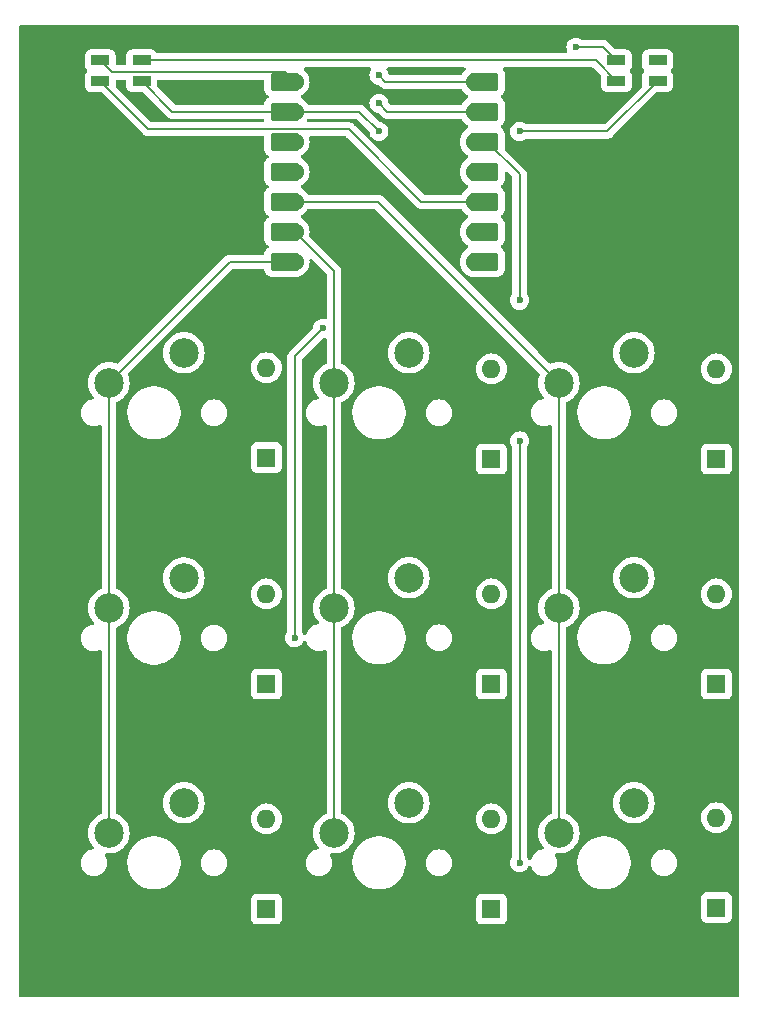
<source format=gbr>
%TF.GenerationSoftware,KiCad,Pcbnew,8.0.8*%
%TF.CreationDate,2025-02-11T16:16:57-05:00*%
%TF.ProjectId,FrutigerAeroNumPad,46727574-6967-4657-9241-65726f4e756d,rev?*%
%TF.SameCoordinates,Original*%
%TF.FileFunction,Copper,L2,Bot*%
%TF.FilePolarity,Positive*%
%FSLAX46Y46*%
G04 Gerber Fmt 4.6, Leading zero omitted, Abs format (unit mm)*
G04 Created by KiCad (PCBNEW 8.0.8) date 2025-02-11 16:16:57*
%MOMM*%
%LPD*%
G01*
G04 APERTURE LIST*
G04 Aperture macros list*
%AMRoundRect*
0 Rectangle with rounded corners*
0 $1 Rounding radius*
0 $2 $3 $4 $5 $6 $7 $8 $9 X,Y pos of 4 corners*
0 Add a 4 corners polygon primitive as box body*
4,1,4,$2,$3,$4,$5,$6,$7,$8,$9,$2,$3,0*
0 Add four circle primitives for the rounded corners*
1,1,$1+$1,$2,$3*
1,1,$1+$1,$4,$5*
1,1,$1+$1,$6,$7*
1,1,$1+$1,$8,$9*
0 Add four rect primitives between the rounded corners*
20,1,$1+$1,$2,$3,$4,$5,0*
20,1,$1+$1,$4,$5,$6,$7,0*
20,1,$1+$1,$6,$7,$8,$9,0*
20,1,$1+$1,$8,$9,$2,$3,0*%
G04 Aperture macros list end*
%TA.AperFunction,ComponentPad*%
%ADD10C,2.500000*%
%TD*%
%TA.AperFunction,ComponentPad*%
%ADD11R,1.600000X1.600000*%
%TD*%
%TA.AperFunction,ComponentPad*%
%ADD12O,1.600000X1.600000*%
%TD*%
%TA.AperFunction,SMDPad,CuDef*%
%ADD13R,1.600000X0.850000*%
%TD*%
%TA.AperFunction,SMDPad,CuDef*%
%ADD14RoundRect,0.152400X-1.063600X-0.609600X1.063600X-0.609600X1.063600X0.609600X-1.063600X0.609600X0*%
%TD*%
%TA.AperFunction,ComponentPad*%
%ADD15C,1.524000*%
%TD*%
%TA.AperFunction,SMDPad,CuDef*%
%ADD16RoundRect,0.152400X1.063600X0.609600X-1.063600X0.609600X-1.063600X-0.609600X1.063600X-0.609600X0*%
%TD*%
%TA.AperFunction,ViaPad*%
%ADD17C,0.600000*%
%TD*%
%TA.AperFunction,Conductor*%
%ADD18C,0.200000*%
%TD*%
G04 APERTURE END LIST*
D10*
%TO.P,S8,1,1*%
%TO.N,Column 1*%
X144780000Y-114458750D03*
%TO.P,S8,2,2*%
%TO.N,Net-(D8-A)*%
X151130000Y-111918750D03*
%TD*%
%TO.P,S6,1,1*%
%TO.N,Column 2*%
X163830000Y-95408750D03*
%TO.P,S6,2,2*%
%TO.N,Net-(D6-A)*%
X170180000Y-92868750D03*
%TD*%
%TO.P,S3,1,1*%
%TO.N,Column 2*%
X163830000Y-76358750D03*
%TO.P,S3,2,2*%
%TO.N,Net-(D3-A)*%
X170180000Y-73818750D03*
%TD*%
%TO.P,S4,1,1*%
%TO.N,Column 0*%
X125730000Y-95428750D03*
%TO.P,S4,2,2*%
%TO.N,Net-(D4-A)*%
X132080000Y-92888750D03*
%TD*%
%TO.P,S1,1,1*%
%TO.N,Column 0*%
X125730000Y-76358750D03*
%TO.P,S1,2,2*%
%TO.N,Net-(D1-A)*%
X132080000Y-73818750D03*
%TD*%
%TO.P,S9,1,1*%
%TO.N,Column 2*%
X163830000Y-114458750D03*
%TO.P,S9,2,2*%
%TO.N,Net-(D9-A)*%
X170180000Y-111918750D03*
%TD*%
%TO.P,S7,1,1*%
%TO.N,Column 0*%
X125730000Y-114458750D03*
%TO.P,S7,2,2*%
%TO.N,Net-(D7-A)*%
X132080000Y-111918750D03*
%TD*%
%TO.P,S2,1,1*%
%TO.N,Column 1*%
X144780000Y-76358750D03*
%TO.P,S2,2,2*%
%TO.N,Net-(D2-A)*%
X151130000Y-73818750D03*
%TD*%
%TO.P,S5,1,1*%
%TO.N,Column 1*%
X144780000Y-95408750D03*
%TO.P,S5,2,2*%
%TO.N,Net-(D5-A)*%
X151130000Y-92868750D03*
%TD*%
D11*
%TO.P,D6,1,K*%
%TO.N,Row 1*%
X177165000Y-101856250D03*
D12*
%TO.P,D6,2,A*%
%TO.N,Net-(D6-A)*%
X177165000Y-94236250D03*
%TD*%
D13*
%TO.P,D11,1,DOUT*%
%TO.N,unconnected-(D11-DOUT-Pad1)*%
X172190000Y-49067500D03*
%TO.P,D11,2,VSS*%
%TO.N,GND*%
X172190000Y-50817500D03*
%TO.P,D11,3,DIN*%
%TO.N,Net-(D10-DOUT)*%
X168690000Y-50817500D03*
%TO.P,D11,4,VDD*%
%TO.N,+5V*%
X168690000Y-49067500D03*
%TD*%
D11*
%TO.P,D8,1,K*%
%TO.N,Row 2*%
X158115000Y-120906250D03*
D12*
%TO.P,D8,2,A*%
%TO.N,Net-(D8-A)*%
X158115000Y-113286250D03*
%TD*%
D11*
%TO.P,D3,1,K*%
%TO.N,Row 0*%
X177165000Y-82806250D03*
D12*
%TO.P,D3,2,A*%
%TO.N,Net-(D3-A)*%
X177165000Y-75186250D03*
%TD*%
D11*
%TO.P,D2,1,K*%
%TO.N,Row 0*%
X158115000Y-82806250D03*
D12*
%TO.P,D2,2,A*%
%TO.N,Net-(D2-A)*%
X158115000Y-75186250D03*
%TD*%
D14*
%TO.P,U1,1,GPIO26/ADC0/A0*%
%TO.N,Row 0*%
X157521250Y-50872500D03*
D15*
X156686250Y-50872500D03*
D14*
%TO.P,U1,2,GPIO27/ADC1/A1*%
%TO.N,Row 1*%
X157521250Y-53412500D03*
D15*
X156686250Y-53412500D03*
D14*
%TO.P,U1,3,GPIO28/ADC2/A2*%
%TO.N,Row 2*%
X157521250Y-55952500D03*
D15*
X156686250Y-55952500D03*
D14*
%TO.P,U1,4,GPIO29/ADC3/A3*%
%TO.N,unconnected-(U1-GPIO29{slash}ADC3{slash}A3-Pad4)*%
X157521250Y-58492500D03*
D15*
X156686250Y-58492500D03*
D14*
%TO.P,U1,5,GPIO6/SDA*%
%TO.N,Net-(D10-DIN)*%
X157521250Y-61032500D03*
D15*
X156686250Y-61032500D03*
D14*
%TO.P,U1,6,GPIO7/SCL*%
%TO.N,unconnected-(U1-GPIO7{slash}SCL-Pad6)*%
X157521250Y-63572500D03*
D15*
X156686250Y-63572500D03*
D14*
%TO.P,U1,7,GPIO0/TX*%
%TO.N,unconnected-(U1-GPIO0{slash}TX-Pad7)*%
X157521250Y-66112500D03*
D15*
X156686250Y-66112500D03*
%TO.P,U1,8,GPIO1/RX*%
%TO.N,Column 0*%
X141446250Y-66112500D03*
D16*
X140611250Y-66112500D03*
D15*
%TO.P,U1,9,GPIO2/SCK*%
%TO.N,Column 1*%
X141446250Y-63572500D03*
D16*
X140611250Y-63572500D03*
D15*
%TO.P,U1,10,GPIO4/MISO*%
%TO.N,Column 2*%
X141446250Y-61032500D03*
D16*
X140611250Y-61032500D03*
D15*
%TO.P,U1,11,GPIO3/MOSI*%
%TO.N,unconnected-(U1-GPIO3{slash}MOSI-Pad11)*%
X141446250Y-58492500D03*
D16*
X140611250Y-58492500D03*
D15*
%TO.P,U1,12,3V3*%
%TO.N,unconnected-(U1-3V3-Pad12)*%
X141446250Y-55952500D03*
D16*
X140611250Y-55952500D03*
D15*
%TO.P,U1,13,GND*%
%TO.N,GND*%
X141446250Y-53412500D03*
D16*
X140611250Y-53412500D03*
D15*
%TO.P,U1,14,VBUS*%
%TO.N,+5V*%
X141446250Y-50872500D03*
D16*
X140611250Y-50872500D03*
%TD*%
D11*
%TO.P,D7,1,K*%
%TO.N,Row 2*%
X139065000Y-120906250D03*
D12*
%TO.P,D7,2,A*%
%TO.N,Net-(D7-A)*%
X139065000Y-113286250D03*
%TD*%
D11*
%TO.P,D5,1,K*%
%TO.N,Row 1*%
X158115000Y-101856250D03*
D12*
%TO.P,D5,2,A*%
%TO.N,Net-(D5-A)*%
X158115000Y-94236250D03*
%TD*%
D11*
%TO.P,D9,1,K*%
%TO.N,Row 2*%
X177165000Y-120808750D03*
D12*
%TO.P,D9,2,A*%
%TO.N,Net-(D9-A)*%
X177165000Y-113188750D03*
%TD*%
D13*
%TO.P,D10,1,DOUT*%
%TO.N,Net-(D10-DOUT)*%
X128490000Y-49067500D03*
%TO.P,D10,2,VSS*%
%TO.N,GND*%
X128490000Y-50817500D03*
%TO.P,D10,3,DIN*%
%TO.N,Net-(D10-DIN)*%
X124990000Y-50817500D03*
%TO.P,D10,4,VDD*%
%TO.N,+5V*%
X124990000Y-49067500D03*
%TD*%
D11*
%TO.P,D4,1,K*%
%TO.N,Row 1*%
X139065000Y-101856250D03*
D12*
%TO.P,D4,2,A*%
%TO.N,Net-(D4-A)*%
X139065000Y-94236250D03*
%TD*%
D11*
%TO.P,D1,1,K*%
%TO.N,Row 0*%
X139065000Y-82708750D03*
D12*
%TO.P,D1,2,A*%
%TO.N,Net-(D1-A)*%
X139065000Y-75088750D03*
%TD*%
D17*
%TO.N,Row 0*%
X148590000Y-50323750D03*
%TO.N,Row 1*%
X143827500Y-71755000D03*
X141446250Y-97948750D03*
X148590000Y-52705000D03*
%TO.N,Row 2*%
X160496250Y-81280000D03*
X160496250Y-116998750D03*
X160496250Y-69373750D03*
%TO.N,GND*%
X160496250Y-55086250D03*
X148590000Y-55086250D03*
%TO.N,+5V*%
X165258750Y-47942500D03*
%TD*%
D18*
%TO.N,Row 0*%
X156686250Y-50872500D02*
X149138750Y-50872500D01*
X149138750Y-50872500D02*
X148590000Y-50323750D01*
%TO.N,Row 1*%
X156686250Y-53412500D02*
X149297500Y-53412500D01*
X149297500Y-53412500D02*
X148590000Y-52705000D01*
X143827500Y-71755000D02*
X141446250Y-74136250D01*
X141446250Y-74136250D02*
X141446250Y-97948750D01*
%TO.N,Row 2*%
X160496250Y-58684870D02*
X160496250Y-69373750D01*
X160496250Y-81280000D02*
X160496250Y-116998750D01*
X157763880Y-55952500D02*
X160496250Y-58684870D01*
X156686250Y-55952500D02*
X157763880Y-55952500D01*
%TO.N,Column 0*%
X125730000Y-76358750D02*
X125730000Y-114458750D01*
X135976250Y-66112500D02*
X125730000Y-76358750D01*
X141446250Y-66112500D02*
X135976250Y-66112500D01*
%TO.N,Column 1*%
X144780000Y-66906250D02*
X144780000Y-76358750D01*
X144780000Y-76358750D02*
X144780000Y-114458750D01*
X141446250Y-63572500D02*
X144780000Y-66906250D01*
%TO.N,Column 2*%
X141446250Y-61032500D02*
X148503750Y-61032500D01*
X163830000Y-76358750D02*
X163830000Y-114458750D01*
X148503750Y-61032500D02*
X163830000Y-76358750D01*
%TO.N,GND*%
X167921250Y-55086250D02*
X160496250Y-55086250D01*
X131085000Y-53412500D02*
X141446250Y-53412500D01*
X172190000Y-50817500D02*
X167921250Y-55086250D01*
X128490000Y-50817500D02*
X131085000Y-53412500D01*
X148590000Y-55086250D02*
X146916250Y-53412500D01*
X146916250Y-53412500D02*
X141446250Y-53412500D01*
%TO.N,Net-(D10-DIN)*%
X146013000Y-54890500D02*
X152155000Y-61032500D01*
X152155000Y-61032500D02*
X156686250Y-61032500D01*
X129063000Y-54890500D02*
X146013000Y-54890500D01*
X124990000Y-50817500D02*
X129063000Y-54890500D01*
%TO.N,Net-(D10-DOUT)*%
X128490000Y-49067500D02*
X166940000Y-49067500D01*
X166940000Y-49067500D02*
X168690000Y-50817500D01*
%TO.N,+5V*%
X168690000Y-49067500D02*
X167565000Y-47942500D01*
X167565000Y-47942500D02*
X165258750Y-47942500D01*
X126015000Y-50092500D02*
X140666250Y-50092500D01*
X124990000Y-49067500D02*
X126015000Y-50092500D01*
X140666250Y-50092500D02*
X141446250Y-50872500D01*
%TD*%
%TA.AperFunction,NonConductor*%
G36*
X178988789Y-46081435D02*
G01*
X179034544Y-46134239D01*
X179045750Y-46185750D01*
X179045750Y-128280500D01*
X179026065Y-128347539D01*
X178973261Y-128393294D01*
X178921750Y-128404500D01*
X118258250Y-128404500D01*
X118191211Y-128384815D01*
X118145456Y-128332011D01*
X118134250Y-128280500D01*
X118134250Y-120058385D01*
X137764500Y-120058385D01*
X137764500Y-121754120D01*
X137764501Y-121754126D01*
X137770908Y-121813733D01*
X137821202Y-121948578D01*
X137821206Y-121948585D01*
X137907452Y-122063794D01*
X137907455Y-122063797D01*
X138022664Y-122150043D01*
X138022671Y-122150047D01*
X138157517Y-122200341D01*
X138157516Y-122200341D01*
X138164444Y-122201085D01*
X138217127Y-122206750D01*
X139912872Y-122206749D01*
X139972483Y-122200341D01*
X140107331Y-122150046D01*
X140222546Y-122063796D01*
X140308796Y-121948581D01*
X140359091Y-121813733D01*
X140365500Y-121754123D01*
X140365499Y-120058385D01*
X156814500Y-120058385D01*
X156814500Y-121754120D01*
X156814501Y-121754126D01*
X156820908Y-121813733D01*
X156871202Y-121948578D01*
X156871206Y-121948585D01*
X156957452Y-122063794D01*
X156957455Y-122063797D01*
X157072664Y-122150043D01*
X157072671Y-122150047D01*
X157207517Y-122200341D01*
X157207516Y-122200341D01*
X157214444Y-122201085D01*
X157267127Y-122206750D01*
X158962872Y-122206749D01*
X159022483Y-122200341D01*
X159157331Y-122150046D01*
X159272546Y-122063796D01*
X159358796Y-121948581D01*
X159409091Y-121813733D01*
X159415500Y-121754123D01*
X159415499Y-120058378D01*
X159409091Y-119998767D01*
X159394962Y-119960885D01*
X175864500Y-119960885D01*
X175864500Y-121656620D01*
X175864501Y-121656626D01*
X175870908Y-121716233D01*
X175921202Y-121851078D01*
X175921206Y-121851085D01*
X176007452Y-121966294D01*
X176007455Y-121966297D01*
X176122664Y-122052543D01*
X176122671Y-122052547D01*
X176257517Y-122102841D01*
X176257516Y-122102841D01*
X176264444Y-122103585D01*
X176317127Y-122109250D01*
X178012872Y-122109249D01*
X178072483Y-122102841D01*
X178207331Y-122052546D01*
X178322546Y-121966296D01*
X178408796Y-121851081D01*
X178459091Y-121716233D01*
X178465500Y-121656623D01*
X178465499Y-119960878D01*
X178459091Y-119901267D01*
X178445159Y-119863914D01*
X178408797Y-119766421D01*
X178408793Y-119766414D01*
X178322547Y-119651205D01*
X178322544Y-119651202D01*
X178207335Y-119564956D01*
X178207328Y-119564952D01*
X178072482Y-119514658D01*
X178072483Y-119514658D01*
X178012883Y-119508251D01*
X178012881Y-119508250D01*
X178012873Y-119508250D01*
X178012864Y-119508250D01*
X176317129Y-119508250D01*
X176317123Y-119508251D01*
X176257516Y-119514658D01*
X176122671Y-119564952D01*
X176122664Y-119564956D01*
X176007455Y-119651202D01*
X176007452Y-119651205D01*
X175921206Y-119766414D01*
X175921202Y-119766421D01*
X175870908Y-119901267D01*
X175864501Y-119960866D01*
X175864501Y-119960873D01*
X175864500Y-119960885D01*
X159394962Y-119960885D01*
X159394959Y-119960878D01*
X159358797Y-119863921D01*
X159358793Y-119863914D01*
X159272547Y-119748705D01*
X159272544Y-119748702D01*
X159157335Y-119662456D01*
X159157328Y-119662452D01*
X159022482Y-119612158D01*
X159022483Y-119612158D01*
X158962883Y-119605751D01*
X158962881Y-119605750D01*
X158962873Y-119605750D01*
X158962864Y-119605750D01*
X157267129Y-119605750D01*
X157267123Y-119605751D01*
X157207516Y-119612158D01*
X157072671Y-119662452D01*
X157072664Y-119662456D01*
X156957455Y-119748702D01*
X156957452Y-119748705D01*
X156871206Y-119863914D01*
X156871202Y-119863921D01*
X156820908Y-119998767D01*
X156814501Y-120058366D01*
X156814501Y-120058373D01*
X156814500Y-120058385D01*
X140365499Y-120058385D01*
X140365499Y-120058378D01*
X140359091Y-119998767D01*
X140344959Y-119960878D01*
X140308797Y-119863921D01*
X140308793Y-119863914D01*
X140222547Y-119748705D01*
X140222544Y-119748702D01*
X140107335Y-119662456D01*
X140107328Y-119662452D01*
X139972482Y-119612158D01*
X139972483Y-119612158D01*
X139912883Y-119605751D01*
X139912881Y-119605750D01*
X139912873Y-119605750D01*
X139912864Y-119605750D01*
X138217129Y-119605750D01*
X138217123Y-119605751D01*
X138157516Y-119612158D01*
X138022671Y-119662452D01*
X138022664Y-119662456D01*
X137907455Y-119748702D01*
X137907452Y-119748705D01*
X137821206Y-119863914D01*
X137821202Y-119863921D01*
X137770908Y-119998767D01*
X137764501Y-120058366D01*
X137764501Y-120058373D01*
X137764500Y-120058385D01*
X118134250Y-120058385D01*
X118134250Y-78810171D01*
X123334500Y-78810171D01*
X123334500Y-78987328D01*
X123362214Y-79162306D01*
X123416956Y-79330789D01*
X123416957Y-79330792D01*
X123497386Y-79488640D01*
X123601517Y-79631964D01*
X123726786Y-79757233D01*
X123870110Y-79861364D01*
X123938577Y-79896250D01*
X124027957Y-79941792D01*
X124027960Y-79941793D01*
X124112201Y-79969164D01*
X124196445Y-79996536D01*
X124371421Y-80024250D01*
X124371422Y-80024250D01*
X124548578Y-80024250D01*
X124548579Y-80024250D01*
X124723555Y-79996536D01*
X124892042Y-79941792D01*
X124949205Y-79912665D01*
X125017873Y-79899769D01*
X125082613Y-79926044D01*
X125122871Y-79983150D01*
X125129500Y-80023150D01*
X125129500Y-93697113D01*
X125109815Y-93764152D01*
X125059302Y-93808833D01*
X124852300Y-93908519D01*
X124635520Y-94056317D01*
X124443198Y-94234764D01*
X124279614Y-94439893D01*
X124148432Y-94667106D01*
X124052582Y-94911328D01*
X124052576Y-94911347D01*
X123994197Y-95167124D01*
X123994196Y-95167129D01*
X123974592Y-95428745D01*
X123974592Y-95428754D01*
X123994196Y-95690370D01*
X123994197Y-95690375D01*
X124052576Y-95946152D01*
X124052578Y-95946161D01*
X124052580Y-95946166D01*
X124148432Y-96190393D01*
X124279614Y-96417607D01*
X124330733Y-96481708D01*
X124443197Y-96622734D01*
X124449377Y-96628467D01*
X124485133Y-96688494D01*
X124482760Y-96758324D01*
X124443011Y-96815785D01*
X124378506Y-96842634D01*
X124374788Y-96842984D01*
X124371428Y-96843248D01*
X124196443Y-96870964D01*
X124027960Y-96925706D01*
X124027957Y-96925707D01*
X123870109Y-97006136D01*
X123839100Y-97028666D01*
X123726786Y-97110267D01*
X123726784Y-97110269D01*
X123726783Y-97110269D01*
X123601519Y-97235533D01*
X123601519Y-97235534D01*
X123601517Y-97235536D01*
X123556796Y-97297088D01*
X123497386Y-97378859D01*
X123416957Y-97536707D01*
X123416956Y-97536710D01*
X123362214Y-97705193D01*
X123343833Y-97821244D01*
X123334500Y-97880171D01*
X123334500Y-98057329D01*
X123340666Y-98096256D01*
X123362214Y-98232306D01*
X123416956Y-98400789D01*
X123416957Y-98400792D01*
X123487195Y-98538640D01*
X123497386Y-98558640D01*
X123601517Y-98701964D01*
X123726786Y-98827233D01*
X123870110Y-98931364D01*
X123938577Y-98966250D01*
X124027957Y-99011792D01*
X124027960Y-99011793D01*
X124093692Y-99033150D01*
X124196445Y-99066536D01*
X124371421Y-99094250D01*
X124371422Y-99094250D01*
X124548578Y-99094250D01*
X124548579Y-99094250D01*
X124723555Y-99066536D01*
X124892042Y-99011792D01*
X124949205Y-98982665D01*
X125017873Y-98969769D01*
X125082613Y-98996044D01*
X125122871Y-99053150D01*
X125129500Y-99093150D01*
X125129500Y-112727113D01*
X125109815Y-112794152D01*
X125059302Y-112838833D01*
X124852300Y-112938519D01*
X124635520Y-113086317D01*
X124443198Y-113264764D01*
X124279614Y-113469893D01*
X124148432Y-113697106D01*
X124052582Y-113941328D01*
X124052576Y-113941347D01*
X123994197Y-114197124D01*
X123994196Y-114197129D01*
X123974592Y-114458745D01*
X123974592Y-114458754D01*
X123994196Y-114720370D01*
X123994197Y-114720375D01*
X124052576Y-114976152D01*
X124052578Y-114976161D01*
X124052580Y-114976166D01*
X124148432Y-115220393D01*
X124279614Y-115447607D01*
X124330733Y-115511708D01*
X124443197Y-115652734D01*
X124449377Y-115658467D01*
X124485133Y-115718494D01*
X124482760Y-115788324D01*
X124443011Y-115845785D01*
X124378506Y-115872634D01*
X124374788Y-115872984D01*
X124371428Y-115873248D01*
X124196443Y-115900964D01*
X124027960Y-115955706D01*
X124027957Y-115955707D01*
X123870109Y-116036136D01*
X123792104Y-116092811D01*
X123726786Y-116140267D01*
X123726784Y-116140269D01*
X123726783Y-116140269D01*
X123601519Y-116265533D01*
X123601519Y-116265534D01*
X123601517Y-116265536D01*
X123556796Y-116327088D01*
X123497386Y-116408859D01*
X123416957Y-116566707D01*
X123416956Y-116566710D01*
X123362214Y-116735193D01*
X123334500Y-116910171D01*
X123334500Y-117087328D01*
X123362214Y-117262306D01*
X123416956Y-117430789D01*
X123416957Y-117430792D01*
X123452737Y-117501012D01*
X123497386Y-117588640D01*
X123601517Y-117731964D01*
X123726786Y-117857233D01*
X123870110Y-117961364D01*
X123938577Y-117996250D01*
X124027957Y-118041792D01*
X124027960Y-118041793D01*
X124112201Y-118069164D01*
X124196445Y-118096536D01*
X124371421Y-118124250D01*
X124371422Y-118124250D01*
X124548578Y-118124250D01*
X124548579Y-118124250D01*
X124723555Y-118096536D01*
X124892042Y-118041792D01*
X125049890Y-117961364D01*
X125193214Y-117857233D01*
X125318483Y-117731964D01*
X125422614Y-117588640D01*
X125503042Y-117430792D01*
X125557786Y-117262305D01*
X125585500Y-117087329D01*
X125585500Y-116910171D01*
X125576165Y-116851236D01*
X127289500Y-116851236D01*
X127289500Y-117146263D01*
X127301990Y-117241128D01*
X127328007Y-117438743D01*
X127378870Y-117628566D01*
X127404361Y-117723701D01*
X127404364Y-117723711D01*
X127517254Y-117996250D01*
X127517258Y-117996260D01*
X127664761Y-118251743D01*
X127844352Y-118485790D01*
X127844358Y-118485797D01*
X128052952Y-118694391D01*
X128052959Y-118694397D01*
X128287006Y-118873988D01*
X128542489Y-119021491D01*
X128542490Y-119021491D01*
X128542493Y-119021493D01*
X128815048Y-119134389D01*
X129100007Y-119210743D01*
X129392494Y-119249250D01*
X129392501Y-119249250D01*
X129687499Y-119249250D01*
X129687506Y-119249250D01*
X129979993Y-119210743D01*
X130264952Y-119134389D01*
X130537507Y-119021493D01*
X130792994Y-118873988D01*
X131027042Y-118694396D01*
X131235646Y-118485792D01*
X131415238Y-118251744D01*
X131562743Y-117996257D01*
X131675639Y-117723702D01*
X131751993Y-117438743D01*
X131790500Y-117146256D01*
X131790500Y-116910171D01*
X133494500Y-116910171D01*
X133494500Y-117087328D01*
X133522214Y-117262306D01*
X133576956Y-117430789D01*
X133576957Y-117430792D01*
X133612737Y-117501012D01*
X133657386Y-117588640D01*
X133761517Y-117731964D01*
X133886786Y-117857233D01*
X134030110Y-117961364D01*
X134098577Y-117996250D01*
X134187957Y-118041792D01*
X134187960Y-118041793D01*
X134272201Y-118069164D01*
X134356445Y-118096536D01*
X134531421Y-118124250D01*
X134531422Y-118124250D01*
X134708578Y-118124250D01*
X134708579Y-118124250D01*
X134883555Y-118096536D01*
X135052042Y-118041792D01*
X135209890Y-117961364D01*
X135353214Y-117857233D01*
X135478483Y-117731964D01*
X135582614Y-117588640D01*
X135663042Y-117430792D01*
X135717786Y-117262305D01*
X135745500Y-117087329D01*
X135745500Y-116910171D01*
X135717786Y-116735195D01*
X135663042Y-116566708D01*
X135663042Y-116566707D01*
X135620582Y-116483376D01*
X135582614Y-116408860D01*
X135478483Y-116265536D01*
X135353214Y-116140267D01*
X135209890Y-116036136D01*
X135052042Y-115955707D01*
X135052039Y-115955706D01*
X134883556Y-115900964D01*
X134796067Y-115887107D01*
X134708579Y-115873250D01*
X134531421Y-115873250D01*
X134473095Y-115882488D01*
X134356443Y-115900964D01*
X134187960Y-115955706D01*
X134187957Y-115955707D01*
X134030109Y-116036136D01*
X133952104Y-116092811D01*
X133886786Y-116140267D01*
X133886784Y-116140269D01*
X133886783Y-116140269D01*
X133761519Y-116265533D01*
X133761519Y-116265534D01*
X133761517Y-116265536D01*
X133716796Y-116327088D01*
X133657386Y-116408859D01*
X133576957Y-116566707D01*
X133576956Y-116566710D01*
X133522214Y-116735193D01*
X133494500Y-116910171D01*
X131790500Y-116910171D01*
X131790500Y-116851244D01*
X131751993Y-116558757D01*
X131675639Y-116273798D01*
X131562743Y-116001243D01*
X131549888Y-115978978D01*
X131415238Y-115745756D01*
X131235647Y-115511709D01*
X131235641Y-115511702D01*
X131027047Y-115303108D01*
X131027040Y-115303102D01*
X130792993Y-115123511D01*
X130537510Y-114976008D01*
X130537500Y-114976004D01*
X130264961Y-114863114D01*
X130264954Y-114863112D01*
X130264952Y-114863111D01*
X129979993Y-114786757D01*
X129931113Y-114780321D01*
X129687513Y-114748250D01*
X129687506Y-114748250D01*
X129392494Y-114748250D01*
X129392486Y-114748250D01*
X129114085Y-114784903D01*
X129100007Y-114786757D01*
X128815048Y-114863111D01*
X128815038Y-114863114D01*
X128542499Y-114976004D01*
X128542489Y-114976008D01*
X128287006Y-115123511D01*
X128052959Y-115303102D01*
X128052952Y-115303108D01*
X127844358Y-115511702D01*
X127844352Y-115511709D01*
X127664761Y-115745756D01*
X127517258Y-116001239D01*
X127517254Y-116001249D01*
X127404364Y-116273788D01*
X127404361Y-116273798D01*
X127368172Y-116408860D01*
X127328008Y-116558754D01*
X127328006Y-116558765D01*
X127289500Y-116851236D01*
X125576165Y-116851236D01*
X125557786Y-116735195D01*
X125503042Y-116566708D01*
X125503042Y-116566707D01*
X125465815Y-116493646D01*
X125422614Y-116408860D01*
X125421529Y-116407367D01*
X125412202Y-116394528D01*
X125388722Y-116328722D01*
X125404548Y-116260668D01*
X125454654Y-116211973D01*
X125523132Y-116198098D01*
X125530992Y-116199026D01*
X125598818Y-116209250D01*
X125861182Y-116209250D01*
X126120615Y-116170146D01*
X126371323Y-116092813D01*
X126607704Y-115978978D01*
X126824479Y-115831183D01*
X127016805Y-115652731D01*
X127180386Y-115447607D01*
X127311568Y-115220393D01*
X127407420Y-114976166D01*
X127465802Y-114720380D01*
X127476930Y-114571883D01*
X127485408Y-114458754D01*
X127485408Y-114458745D01*
X127465803Y-114197129D01*
X127465802Y-114197124D01*
X127465802Y-114197120D01*
X127407420Y-113941334D01*
X127311568Y-113697107D01*
X127180386Y-113469893D01*
X127016805Y-113264769D01*
X127016804Y-113264768D01*
X127016801Y-113264764D01*
X126824479Y-113086317D01*
X126642232Y-112962063D01*
X126607704Y-112938522D01*
X126607701Y-112938521D01*
X126607699Y-112938519D01*
X126400698Y-112838833D01*
X126348839Y-112792011D01*
X126330500Y-112727113D01*
X126330500Y-111918745D01*
X130324592Y-111918745D01*
X130324592Y-111918754D01*
X130344196Y-112180370D01*
X130344197Y-112180375D01*
X130402576Y-112436152D01*
X130402578Y-112436161D01*
X130402580Y-112436166D01*
X130498432Y-112680393D01*
X130629614Y-112907607D01*
X130750786Y-113059552D01*
X130793198Y-113112735D01*
X130875125Y-113188751D01*
X130985521Y-113291183D01*
X131202296Y-113438978D01*
X131202301Y-113438980D01*
X131202302Y-113438981D01*
X131202303Y-113438982D01*
X131327843Y-113499438D01*
X131438673Y-113552811D01*
X131438674Y-113552811D01*
X131438677Y-113552813D01*
X131689385Y-113630146D01*
X131948818Y-113669250D01*
X132211182Y-113669250D01*
X132470615Y-113630146D01*
X132721323Y-113552813D01*
X132957704Y-113438978D01*
X133174479Y-113291183D01*
X133179798Y-113286248D01*
X137759532Y-113286248D01*
X137759532Y-113286251D01*
X137779364Y-113512936D01*
X137779366Y-113512947D01*
X137838258Y-113732738D01*
X137838261Y-113732747D01*
X137934431Y-113938982D01*
X137934432Y-113938984D01*
X138064954Y-114125391D01*
X138225858Y-114286295D01*
X138225861Y-114286297D01*
X138412266Y-114416818D01*
X138618504Y-114512989D01*
X138838308Y-114571885D01*
X139000230Y-114586051D01*
X139064998Y-114591718D01*
X139065000Y-114591718D01*
X139065002Y-114591718D01*
X139121673Y-114586759D01*
X139291692Y-114571885D01*
X139511496Y-114512989D01*
X139717734Y-114416818D01*
X139904139Y-114286297D01*
X140065047Y-114125389D01*
X140195568Y-113938984D01*
X140291739Y-113732746D01*
X140350635Y-113512942D01*
X140370468Y-113286250D01*
X140350635Y-113059558D01*
X140291739Y-112839754D01*
X140195568Y-112633516D01*
X140065047Y-112447111D01*
X140065045Y-112447108D01*
X139904141Y-112286204D01*
X139717734Y-112155682D01*
X139717732Y-112155681D01*
X139511497Y-112059511D01*
X139511488Y-112059508D01*
X139291697Y-112000616D01*
X139291693Y-112000615D01*
X139291692Y-112000615D01*
X139291691Y-112000614D01*
X139291686Y-112000614D01*
X139065002Y-111980782D01*
X139064998Y-111980782D01*
X138838313Y-112000614D01*
X138838302Y-112000616D01*
X138618511Y-112059508D01*
X138618502Y-112059511D01*
X138412267Y-112155681D01*
X138412265Y-112155682D01*
X138225858Y-112286204D01*
X138064954Y-112447108D01*
X137934432Y-112633515D01*
X137934431Y-112633517D01*
X137838261Y-112839752D01*
X137838258Y-112839761D01*
X137779366Y-113059552D01*
X137779364Y-113059563D01*
X137759532Y-113286248D01*
X133179798Y-113286248D01*
X133366805Y-113112731D01*
X133530386Y-112907607D01*
X133661568Y-112680393D01*
X133757420Y-112436166D01*
X133815802Y-112180380D01*
X133824860Y-112059508D01*
X133835408Y-111918754D01*
X133835408Y-111918745D01*
X133815803Y-111657129D01*
X133815802Y-111657124D01*
X133815802Y-111657120D01*
X133757420Y-111401334D01*
X133661568Y-111157107D01*
X133530386Y-110929893D01*
X133366805Y-110724769D01*
X133366804Y-110724768D01*
X133366801Y-110724764D01*
X133174479Y-110546317D01*
X132957704Y-110398522D01*
X132957700Y-110398520D01*
X132957697Y-110398518D01*
X132957696Y-110398517D01*
X132721325Y-110284688D01*
X132721327Y-110284688D01*
X132470623Y-110207356D01*
X132470619Y-110207355D01*
X132470615Y-110207354D01*
X132345823Y-110188544D01*
X132211187Y-110168250D01*
X132211182Y-110168250D01*
X131948818Y-110168250D01*
X131948812Y-110168250D01*
X131787247Y-110192603D01*
X131689385Y-110207354D01*
X131689382Y-110207355D01*
X131689376Y-110207356D01*
X131438673Y-110284688D01*
X131202303Y-110398517D01*
X131202302Y-110398518D01*
X130985520Y-110546317D01*
X130793198Y-110724764D01*
X130629614Y-110929893D01*
X130498432Y-111157106D01*
X130402582Y-111401328D01*
X130402576Y-111401347D01*
X130344197Y-111657124D01*
X130344196Y-111657129D01*
X130324592Y-111918745D01*
X126330500Y-111918745D01*
X126330500Y-101008385D01*
X137764500Y-101008385D01*
X137764500Y-102704120D01*
X137764501Y-102704126D01*
X137770908Y-102763733D01*
X137821202Y-102898578D01*
X137821206Y-102898585D01*
X137907452Y-103013794D01*
X137907455Y-103013797D01*
X138022664Y-103100043D01*
X138022671Y-103100047D01*
X138157517Y-103150341D01*
X138157516Y-103150341D01*
X138164444Y-103151085D01*
X138217127Y-103156750D01*
X139912872Y-103156749D01*
X139972483Y-103150341D01*
X140107331Y-103100046D01*
X140222546Y-103013796D01*
X140308796Y-102898581D01*
X140359091Y-102763733D01*
X140365500Y-102704123D01*
X140365499Y-101008378D01*
X140359091Y-100948767D01*
X140308796Y-100813919D01*
X140308795Y-100813918D01*
X140308793Y-100813914D01*
X140222547Y-100698705D01*
X140222544Y-100698702D01*
X140107335Y-100612456D01*
X140107328Y-100612452D01*
X139972482Y-100562158D01*
X139972483Y-100562158D01*
X139912883Y-100555751D01*
X139912881Y-100555750D01*
X139912873Y-100555750D01*
X139912864Y-100555750D01*
X138217129Y-100555750D01*
X138217123Y-100555751D01*
X138157516Y-100562158D01*
X138022671Y-100612452D01*
X138022664Y-100612456D01*
X137907455Y-100698702D01*
X137907452Y-100698705D01*
X137821206Y-100813914D01*
X137821202Y-100813921D01*
X137770908Y-100948767D01*
X137764501Y-101008366D01*
X137764501Y-101008373D01*
X137764500Y-101008385D01*
X126330500Y-101008385D01*
X126330500Y-97821236D01*
X127289500Y-97821236D01*
X127289500Y-98116263D01*
X127299357Y-98191128D01*
X127328007Y-98408743D01*
X127404361Y-98693701D01*
X127404364Y-98693711D01*
X127517254Y-98966250D01*
X127517258Y-98966260D01*
X127664761Y-99221743D01*
X127844352Y-99455790D01*
X127844358Y-99455797D01*
X128052952Y-99664391D01*
X128052959Y-99664397D01*
X128287006Y-99843988D01*
X128542489Y-99991491D01*
X128542490Y-99991491D01*
X128542493Y-99991493D01*
X128815048Y-100104389D01*
X129100007Y-100180743D01*
X129392494Y-100219250D01*
X129392501Y-100219250D01*
X129687499Y-100219250D01*
X129687506Y-100219250D01*
X129979993Y-100180743D01*
X130264952Y-100104389D01*
X130537507Y-99991493D01*
X130792994Y-99843988D01*
X131027042Y-99664396D01*
X131235646Y-99455792D01*
X131415238Y-99221744D01*
X131562743Y-98966257D01*
X131675639Y-98693702D01*
X131751993Y-98408743D01*
X131790500Y-98116256D01*
X131790500Y-97880171D01*
X133494500Y-97880171D01*
X133494500Y-98057329D01*
X133500666Y-98096256D01*
X133522214Y-98232306D01*
X133576956Y-98400789D01*
X133576957Y-98400792D01*
X133647195Y-98538640D01*
X133657386Y-98558640D01*
X133761517Y-98701964D01*
X133886786Y-98827233D01*
X134030110Y-98931364D01*
X134098577Y-98966250D01*
X134187957Y-99011792D01*
X134187960Y-99011793D01*
X134253692Y-99033150D01*
X134356445Y-99066536D01*
X134531421Y-99094250D01*
X134531422Y-99094250D01*
X134708578Y-99094250D01*
X134708579Y-99094250D01*
X134883555Y-99066536D01*
X135052042Y-99011792D01*
X135209890Y-98931364D01*
X135353214Y-98827233D01*
X135478483Y-98701964D01*
X135582614Y-98558640D01*
X135663042Y-98400792D01*
X135717786Y-98232305D01*
X135745500Y-98057329D01*
X135745500Y-97880171D01*
X135717786Y-97705195D01*
X135663042Y-97536708D01*
X135663042Y-97536707D01*
X135582613Y-97378859D01*
X135478483Y-97235536D01*
X135353214Y-97110267D01*
X135209890Y-97006136D01*
X135170638Y-96986136D01*
X135052042Y-96925707D01*
X135052039Y-96925706D01*
X134883556Y-96870964D01*
X134757282Y-96850964D01*
X134708579Y-96843250D01*
X134531421Y-96843250D01*
X134482718Y-96850964D01*
X134356443Y-96870964D01*
X134187960Y-96925706D01*
X134187957Y-96925707D01*
X134030109Y-97006136D01*
X133999100Y-97028666D01*
X133886786Y-97110267D01*
X133886784Y-97110269D01*
X133886783Y-97110269D01*
X133761519Y-97235533D01*
X133761519Y-97235534D01*
X133761517Y-97235536D01*
X133716796Y-97297088D01*
X133657386Y-97378859D01*
X133576957Y-97536707D01*
X133576956Y-97536710D01*
X133522214Y-97705193D01*
X133503833Y-97821244D01*
X133494500Y-97880171D01*
X131790500Y-97880171D01*
X131790500Y-97821244D01*
X131751993Y-97528757D01*
X131675639Y-97243798D01*
X131663932Y-97215536D01*
X131620329Y-97110269D01*
X131562743Y-96971243D01*
X131551199Y-96951249D01*
X131415238Y-96715756D01*
X131235647Y-96481709D01*
X131235641Y-96481702D01*
X131027047Y-96273108D01*
X131027040Y-96273102D01*
X130792993Y-96093511D01*
X130537510Y-95946008D01*
X130537500Y-95946004D01*
X130264961Y-95833114D01*
X130264954Y-95833112D01*
X130264952Y-95833111D01*
X129979993Y-95756757D01*
X129931113Y-95750321D01*
X129687513Y-95718250D01*
X129687506Y-95718250D01*
X129392494Y-95718250D01*
X129392486Y-95718250D01*
X129114085Y-95754903D01*
X129100007Y-95756757D01*
X128815048Y-95833111D01*
X128815038Y-95833114D01*
X128542499Y-95946004D01*
X128542489Y-95946008D01*
X128287006Y-96093511D01*
X128052959Y-96273102D01*
X128052952Y-96273108D01*
X127844358Y-96481702D01*
X127844352Y-96481709D01*
X127664761Y-96715756D01*
X127517258Y-96971239D01*
X127517254Y-96971249D01*
X127404364Y-97243788D01*
X127404361Y-97243798D01*
X127331236Y-97516708D01*
X127328008Y-97528754D01*
X127328006Y-97528765D01*
X127289500Y-97821236D01*
X126330500Y-97821236D01*
X126330500Y-97160386D01*
X126350185Y-97093347D01*
X126400698Y-97048666D01*
X126561479Y-96971239D01*
X126607696Y-96948982D01*
X126607696Y-96948981D01*
X126607704Y-96948978D01*
X126824479Y-96801183D01*
X127016805Y-96622731D01*
X127180386Y-96417607D01*
X127311568Y-96190393D01*
X127407420Y-95946166D01*
X127465802Y-95690380D01*
X127467302Y-95670370D01*
X127485408Y-95428754D01*
X127485408Y-95428745D01*
X127465803Y-95167129D01*
X127465802Y-95167124D01*
X127465802Y-95167120D01*
X127407420Y-94911334D01*
X127311568Y-94667107D01*
X127180386Y-94439893D01*
X127016805Y-94234769D01*
X127016804Y-94234768D01*
X127016801Y-94234764D01*
X126824479Y-94056317D01*
X126795144Y-94036317D01*
X126607704Y-93908522D01*
X126607701Y-93908521D01*
X126607699Y-93908519D01*
X126400698Y-93808833D01*
X126348839Y-93762011D01*
X126330500Y-93697113D01*
X126330500Y-92888745D01*
X130324592Y-92888745D01*
X130324592Y-92888754D01*
X130344196Y-93150370D01*
X130344197Y-93150375D01*
X130402576Y-93406152D01*
X130402578Y-93406161D01*
X130402580Y-93406166D01*
X130498432Y-93650393D01*
X130629614Y-93877607D01*
X130756181Y-94036317D01*
X130793198Y-94082735D01*
X130958651Y-94236251D01*
X130985521Y-94261183D01*
X131202296Y-94408978D01*
X131202301Y-94408980D01*
X131202302Y-94408981D01*
X131202303Y-94408982D01*
X131314341Y-94462936D01*
X131438673Y-94522811D01*
X131438674Y-94522811D01*
X131438677Y-94522813D01*
X131689385Y-94600146D01*
X131948818Y-94639250D01*
X132211182Y-94639250D01*
X132470615Y-94600146D01*
X132721323Y-94522813D01*
X132957704Y-94408978D01*
X133174479Y-94261183D01*
X133201353Y-94236248D01*
X137759532Y-94236248D01*
X137759532Y-94236251D01*
X137779364Y-94462936D01*
X137779366Y-94462947D01*
X137838258Y-94682738D01*
X137838261Y-94682747D01*
X137934431Y-94888982D01*
X137934432Y-94888984D01*
X138064954Y-95075391D01*
X138225858Y-95236295D01*
X138225861Y-95236297D01*
X138412266Y-95366818D01*
X138618504Y-95462989D01*
X138838308Y-95521885D01*
X139000230Y-95536051D01*
X139064998Y-95541718D01*
X139065000Y-95541718D01*
X139065002Y-95541718D01*
X139121673Y-95536759D01*
X139291692Y-95521885D01*
X139511496Y-95462989D01*
X139717734Y-95366818D01*
X139904139Y-95236297D01*
X140065047Y-95075389D01*
X140195568Y-94888984D01*
X140291739Y-94682746D01*
X140350635Y-94462942D01*
X140370468Y-94236250D01*
X140370338Y-94234769D01*
X140350635Y-94009563D01*
X140350635Y-94009558D01*
X140291739Y-93789754D01*
X140195568Y-93583516D01*
X140065047Y-93397111D01*
X140065045Y-93397108D01*
X139904141Y-93236204D01*
X139717734Y-93105682D01*
X139717732Y-93105681D01*
X139511497Y-93009511D01*
X139511488Y-93009508D01*
X139291697Y-92950616D01*
X139291693Y-92950615D01*
X139291692Y-92950615D01*
X139291691Y-92950614D01*
X139291686Y-92950614D01*
X139065002Y-92930782D01*
X139064998Y-92930782D01*
X138838313Y-92950614D01*
X138838302Y-92950616D01*
X138618511Y-93009508D01*
X138618502Y-93009511D01*
X138412267Y-93105681D01*
X138412265Y-93105682D01*
X138225858Y-93236204D01*
X138064954Y-93397108D01*
X137934432Y-93583515D01*
X137934431Y-93583517D01*
X137838261Y-93789752D01*
X137838258Y-93789761D01*
X137779366Y-94009552D01*
X137779364Y-94009563D01*
X137759532Y-94236248D01*
X133201353Y-94236248D01*
X133366805Y-94082731D01*
X133530386Y-93877607D01*
X133661568Y-93650393D01*
X133757420Y-93406166D01*
X133815802Y-93150380D01*
X133819152Y-93105681D01*
X133835408Y-92888754D01*
X133835408Y-92888745D01*
X133815803Y-92627129D01*
X133815802Y-92627124D01*
X133815802Y-92627120D01*
X133757420Y-92371334D01*
X133661568Y-92127107D01*
X133530386Y-91899893D01*
X133366805Y-91694769D01*
X133366804Y-91694768D01*
X133366801Y-91694764D01*
X133174479Y-91516317D01*
X133145144Y-91496317D01*
X132957704Y-91368522D01*
X132957700Y-91368520D01*
X132957697Y-91368518D01*
X132957696Y-91368517D01*
X132721325Y-91254688D01*
X132721327Y-91254688D01*
X132470623Y-91177356D01*
X132470619Y-91177355D01*
X132470615Y-91177354D01*
X132337933Y-91157355D01*
X132211187Y-91138250D01*
X132211182Y-91138250D01*
X131948818Y-91138250D01*
X131948812Y-91138250D01*
X131787247Y-91162603D01*
X131689385Y-91177354D01*
X131689382Y-91177355D01*
X131689376Y-91177356D01*
X131438673Y-91254688D01*
X131202303Y-91368517D01*
X131202302Y-91368518D01*
X130985520Y-91516317D01*
X130793198Y-91694764D01*
X130629614Y-91899893D01*
X130498432Y-92127106D01*
X130402582Y-92371328D01*
X130402576Y-92371347D01*
X130344197Y-92627124D01*
X130344196Y-92627129D01*
X130324592Y-92888745D01*
X126330500Y-92888745D01*
X126330500Y-81860885D01*
X137764500Y-81860885D01*
X137764500Y-83556620D01*
X137764501Y-83556626D01*
X137770908Y-83616233D01*
X137821202Y-83751078D01*
X137821206Y-83751085D01*
X137907452Y-83866294D01*
X137907455Y-83866297D01*
X138022664Y-83952543D01*
X138022671Y-83952547D01*
X138157517Y-84002841D01*
X138157516Y-84002841D01*
X138164444Y-84003585D01*
X138217127Y-84009250D01*
X139912872Y-84009249D01*
X139972483Y-84002841D01*
X140107331Y-83952546D01*
X140222546Y-83866296D01*
X140308796Y-83751081D01*
X140359091Y-83616233D01*
X140365500Y-83556623D01*
X140365499Y-81860878D01*
X140359091Y-81801267D01*
X140353872Y-81787275D01*
X140308797Y-81666421D01*
X140308793Y-81666414D01*
X140222547Y-81551205D01*
X140222544Y-81551202D01*
X140107335Y-81464956D01*
X140107328Y-81464952D01*
X139972482Y-81414658D01*
X139972483Y-81414658D01*
X139912883Y-81408251D01*
X139912881Y-81408250D01*
X139912873Y-81408250D01*
X139912864Y-81408250D01*
X138217129Y-81408250D01*
X138217123Y-81408251D01*
X138157516Y-81414658D01*
X138022671Y-81464952D01*
X138022664Y-81464956D01*
X137907455Y-81551202D01*
X137907452Y-81551205D01*
X137821206Y-81666414D01*
X137821202Y-81666421D01*
X137770908Y-81801267D01*
X137764501Y-81860866D01*
X137764501Y-81860873D01*
X137764500Y-81860885D01*
X126330500Y-81860885D01*
X126330500Y-78751236D01*
X127289500Y-78751236D01*
X127289500Y-79046263D01*
X127304778Y-79162305D01*
X127328007Y-79338743D01*
X127404361Y-79623701D01*
X127404364Y-79623711D01*
X127517254Y-79896250D01*
X127517258Y-79896260D01*
X127664761Y-80151743D01*
X127844352Y-80385790D01*
X127844358Y-80385797D01*
X128052952Y-80594391D01*
X128052959Y-80594397D01*
X128287006Y-80773988D01*
X128542489Y-80921491D01*
X128542490Y-80921491D01*
X128542493Y-80921493D01*
X128815048Y-81034389D01*
X129100007Y-81110743D01*
X129392494Y-81149250D01*
X129392501Y-81149250D01*
X129687499Y-81149250D01*
X129687506Y-81149250D01*
X129979993Y-81110743D01*
X130264952Y-81034389D01*
X130537507Y-80921493D01*
X130792994Y-80773988D01*
X131027042Y-80594396D01*
X131235646Y-80385792D01*
X131415238Y-80151744D01*
X131562743Y-79896257D01*
X131675639Y-79623702D01*
X131751993Y-79338743D01*
X131790500Y-79046256D01*
X131790500Y-78810171D01*
X133494500Y-78810171D01*
X133494500Y-78987328D01*
X133522214Y-79162306D01*
X133576956Y-79330789D01*
X133576957Y-79330792D01*
X133657386Y-79488640D01*
X133761517Y-79631964D01*
X133886786Y-79757233D01*
X134030110Y-79861364D01*
X134098577Y-79896250D01*
X134187957Y-79941792D01*
X134187960Y-79941793D01*
X134272201Y-79969164D01*
X134356445Y-79996536D01*
X134531421Y-80024250D01*
X134531422Y-80024250D01*
X134708578Y-80024250D01*
X134708579Y-80024250D01*
X134883555Y-79996536D01*
X135052042Y-79941792D01*
X135209890Y-79861364D01*
X135353214Y-79757233D01*
X135478483Y-79631964D01*
X135582614Y-79488640D01*
X135663042Y-79330792D01*
X135717786Y-79162305D01*
X135745500Y-78987329D01*
X135745500Y-78810171D01*
X135717786Y-78635195D01*
X135663042Y-78466708D01*
X135663042Y-78466707D01*
X135582613Y-78308859D01*
X135478483Y-78165536D01*
X135353214Y-78040267D01*
X135209890Y-77936136D01*
X135052042Y-77855707D01*
X135052039Y-77855706D01*
X134883556Y-77800964D01*
X134796067Y-77787107D01*
X134708579Y-77773250D01*
X134531421Y-77773250D01*
X134473095Y-77782488D01*
X134356443Y-77800964D01*
X134187960Y-77855706D01*
X134187957Y-77855707D01*
X134030109Y-77936136D01*
X133971572Y-77978666D01*
X133886786Y-78040267D01*
X133886784Y-78040269D01*
X133886783Y-78040269D01*
X133761519Y-78165533D01*
X133761519Y-78165534D01*
X133761517Y-78165536D01*
X133716796Y-78227088D01*
X133657386Y-78308859D01*
X133576957Y-78466707D01*
X133576956Y-78466710D01*
X133522214Y-78635193D01*
X133494500Y-78810171D01*
X131790500Y-78810171D01*
X131790500Y-78751244D01*
X131751993Y-78458757D01*
X131675639Y-78173798D01*
X131562743Y-77901243D01*
X131549888Y-77878978D01*
X131415238Y-77645756D01*
X131235647Y-77411709D01*
X131235641Y-77411702D01*
X131027047Y-77203108D01*
X131027040Y-77203102D01*
X130792993Y-77023511D01*
X130537510Y-76876008D01*
X130537500Y-76876004D01*
X130264961Y-76763114D01*
X130264954Y-76763112D01*
X130264952Y-76763111D01*
X129979993Y-76686757D01*
X129931113Y-76680321D01*
X129687513Y-76648250D01*
X129687506Y-76648250D01*
X129392494Y-76648250D01*
X129392486Y-76648250D01*
X129114085Y-76684903D01*
X129100007Y-76686757D01*
X128815048Y-76763111D01*
X128815038Y-76763114D01*
X128542499Y-76876004D01*
X128542489Y-76876008D01*
X128287006Y-77023511D01*
X128052959Y-77203102D01*
X128052952Y-77203108D01*
X127844358Y-77411702D01*
X127844352Y-77411709D01*
X127664761Y-77645756D01*
X127517258Y-77901239D01*
X127517254Y-77901249D01*
X127404364Y-78173788D01*
X127404361Y-78173798D01*
X127368172Y-78308860D01*
X127328008Y-78458754D01*
X127328006Y-78458765D01*
X127289500Y-78751236D01*
X126330500Y-78751236D01*
X126330500Y-78090386D01*
X126350185Y-78023347D01*
X126400698Y-77978666D01*
X126607704Y-77878978D01*
X126824479Y-77731183D01*
X127016805Y-77552731D01*
X127180386Y-77347607D01*
X127311568Y-77120393D01*
X127407420Y-76876166D01*
X127465802Y-76620380D01*
X127476930Y-76471883D01*
X127485408Y-76358754D01*
X127485408Y-76358745D01*
X127465803Y-76097129D01*
X127465802Y-76097124D01*
X127465802Y-76097120D01*
X127407420Y-75841334D01*
X127349488Y-75693726D01*
X127343320Y-75624134D01*
X127375758Y-75562250D01*
X127377176Y-75560807D01*
X129119239Y-73818745D01*
X130324592Y-73818745D01*
X130324592Y-73818749D01*
X130344196Y-74080370D01*
X130344197Y-74080375D01*
X130402576Y-74336152D01*
X130402578Y-74336161D01*
X130402580Y-74336166D01*
X130498432Y-74580393D01*
X130629614Y-74807607D01*
X130750786Y-74959552D01*
X130793198Y-75012735D01*
X130875125Y-75088751D01*
X130985521Y-75191183D01*
X131202296Y-75338978D01*
X131202301Y-75338980D01*
X131202302Y-75338981D01*
X131202303Y-75338982D01*
X131327843Y-75399438D01*
X131438673Y-75452811D01*
X131438674Y-75452811D01*
X131438677Y-75452813D01*
X131689385Y-75530146D01*
X131948818Y-75569250D01*
X132211182Y-75569250D01*
X132470615Y-75530146D01*
X132721323Y-75452813D01*
X132957704Y-75338978D01*
X133174479Y-75191183D01*
X133284878Y-75088748D01*
X137759532Y-75088748D01*
X137759532Y-75088751D01*
X137779364Y-75315436D01*
X137779366Y-75315447D01*
X137838258Y-75535238D01*
X137838261Y-75535247D01*
X137934431Y-75741482D01*
X137934432Y-75741484D01*
X138064954Y-75927891D01*
X138225858Y-76088795D01*
X138237753Y-76097124D01*
X138412266Y-76219318D01*
X138618504Y-76315489D01*
X138838308Y-76374385D01*
X139000230Y-76388551D01*
X139064998Y-76394218D01*
X139065000Y-76394218D01*
X139065002Y-76394218D01*
X139121673Y-76389259D01*
X139291692Y-76374385D01*
X139511496Y-76315489D01*
X139717734Y-76219318D01*
X139904139Y-76088797D01*
X140065047Y-75927889D01*
X140195568Y-75741484D01*
X140291739Y-75535246D01*
X140350635Y-75315442D01*
X140370468Y-75088750D01*
X140350635Y-74862058D01*
X140291739Y-74642254D01*
X140195568Y-74436016D01*
X140065047Y-74249611D01*
X140065045Y-74249608D01*
X139904141Y-74088704D01*
X139717734Y-73958182D01*
X139717732Y-73958181D01*
X139511497Y-73862011D01*
X139511488Y-73862008D01*
X139291697Y-73803116D01*
X139291693Y-73803115D01*
X139291692Y-73803115D01*
X139291691Y-73803114D01*
X139291686Y-73803114D01*
X139065002Y-73783282D01*
X139064998Y-73783282D01*
X138838313Y-73803114D01*
X138838302Y-73803116D01*
X138618511Y-73862008D01*
X138618502Y-73862011D01*
X138412267Y-73958181D01*
X138412265Y-73958182D01*
X138225858Y-74088704D01*
X138064954Y-74249608D01*
X137934432Y-74436015D01*
X137934431Y-74436017D01*
X137838261Y-74642252D01*
X137838258Y-74642261D01*
X137779366Y-74862052D01*
X137779364Y-74862063D01*
X137759532Y-75088748D01*
X133284878Y-75088748D01*
X133366805Y-75012731D01*
X133530386Y-74807607D01*
X133661568Y-74580393D01*
X133757420Y-74336166D01*
X133815802Y-74080380D01*
X133817540Y-74057195D01*
X133835408Y-73818749D01*
X133835408Y-73818745D01*
X133815803Y-73557129D01*
X133815802Y-73557124D01*
X133815802Y-73557120D01*
X133757420Y-73301334D01*
X133661568Y-73057107D01*
X133530386Y-72829893D01*
X133366805Y-72624769D01*
X133366804Y-72624768D01*
X133366801Y-72624764D01*
X133174479Y-72446317D01*
X132957704Y-72298522D01*
X132957700Y-72298520D01*
X132957697Y-72298518D01*
X132957696Y-72298517D01*
X132721325Y-72184688D01*
X132721327Y-72184688D01*
X132470623Y-72107356D01*
X132470619Y-72107355D01*
X132470615Y-72107354D01*
X132345823Y-72088544D01*
X132211187Y-72068250D01*
X132211182Y-72068250D01*
X131948818Y-72068250D01*
X131948812Y-72068250D01*
X131787247Y-72092603D01*
X131689385Y-72107354D01*
X131689382Y-72107355D01*
X131689376Y-72107356D01*
X131438673Y-72184688D01*
X131202303Y-72298517D01*
X131202302Y-72298518D01*
X130985520Y-72446317D01*
X130793198Y-72624764D01*
X130629614Y-72829893D01*
X130498432Y-73057106D01*
X130402582Y-73301328D01*
X130402576Y-73301347D01*
X130344197Y-73557124D01*
X130344196Y-73557129D01*
X130324592Y-73818745D01*
X129119239Y-73818745D01*
X136188667Y-66749319D01*
X136249990Y-66715834D01*
X136276348Y-66713000D01*
X138774220Y-66713000D01*
X138841259Y-66732685D01*
X138887014Y-66785489D01*
X138895685Y-66818965D01*
X138896524Y-66818812D01*
X138897663Y-66825052D01*
X138943684Y-66983454D01*
X138943685Y-66983457D01*
X139027655Y-67125443D01*
X139027662Y-67125452D01*
X139144297Y-67242087D01*
X139144301Y-67242090D01*
X139144303Y-67242092D01*
X139286291Y-67326064D01*
X139328066Y-67338201D01*
X139444697Y-67372086D01*
X139444700Y-67372086D01*
X139444702Y-67372087D01*
X139481716Y-67375000D01*
X141385710Y-67375000D01*
X141396516Y-67375471D01*
X141420499Y-67377570D01*
X141446249Y-67379823D01*
X141446250Y-67379823D01*
X141446251Y-67379823D01*
X141472000Y-67377570D01*
X141495983Y-67375471D01*
X141506790Y-67375000D01*
X141740776Y-67375000D01*
X141740784Y-67375000D01*
X141777798Y-67372087D01*
X141777800Y-67372086D01*
X141777802Y-67372086D01*
X141819573Y-67359949D01*
X141936209Y-67326064D01*
X142078197Y-67242092D01*
X142173460Y-67146827D01*
X142190006Y-67132943D01*
X142260870Y-67083326D01*
X142417076Y-66927120D01*
X142543784Y-66746162D01*
X142637144Y-66545950D01*
X142694320Y-66332568D01*
X142713573Y-66112500D01*
X142702667Y-65987847D01*
X142716433Y-65919350D01*
X142765048Y-65869167D01*
X142833077Y-65853233D01*
X142898921Y-65876608D01*
X142913876Y-65889361D01*
X144143181Y-67118666D01*
X144176666Y-67179989D01*
X144179500Y-67206347D01*
X144179500Y-70855315D01*
X144159815Y-70922354D01*
X144107011Y-70968109D01*
X144037853Y-70978053D01*
X144014551Y-70972359D01*
X144006758Y-70969632D01*
X144006749Y-70969630D01*
X143827504Y-70949435D01*
X143827496Y-70949435D01*
X143648250Y-70969630D01*
X143648245Y-70969631D01*
X143477976Y-71029211D01*
X143325237Y-71125184D01*
X143197684Y-71252737D01*
X143101710Y-71405478D01*
X143042130Y-71575750D01*
X143032337Y-71662668D01*
X143005270Y-71727082D01*
X142996798Y-71736465D01*
X141077536Y-73655728D01*
X140965731Y-73767532D01*
X140965729Y-73767534D01*
X140956638Y-73783282D01*
X140936161Y-73818750D01*
X140886673Y-73904465D01*
X140845749Y-74057193D01*
X140845749Y-74057195D01*
X140845749Y-74225296D01*
X140845750Y-74225309D01*
X140845750Y-97366337D01*
X140826065Y-97433376D01*
X140818700Y-97443646D01*
X140816436Y-97446484D01*
X140720461Y-97599226D01*
X140660881Y-97769495D01*
X140660880Y-97769500D01*
X140640685Y-97948746D01*
X140640685Y-97948753D01*
X140660880Y-98127999D01*
X140660881Y-98128004D01*
X140720461Y-98298273D01*
X140789876Y-98408745D01*
X140816434Y-98451012D01*
X140943988Y-98578566D01*
X141096728Y-98674539D01*
X141175107Y-98701965D01*
X141266995Y-98734118D01*
X141267000Y-98734119D01*
X141446246Y-98754315D01*
X141446250Y-98754315D01*
X141446254Y-98754315D01*
X141625499Y-98734119D01*
X141625502Y-98734118D01*
X141625505Y-98734118D01*
X141795772Y-98674539D01*
X141948512Y-98578566D01*
X142076066Y-98451012D01*
X142172039Y-98298272D01*
X142189663Y-98247904D01*
X142230384Y-98191128D01*
X142295336Y-98165380D01*
X142363898Y-98178835D01*
X142414301Y-98227222D01*
X142424636Y-98250540D01*
X142466956Y-98380789D01*
X142466957Y-98380792D01*
X142502737Y-98451012D01*
X142547386Y-98538640D01*
X142651517Y-98681964D01*
X142776786Y-98807233D01*
X142920110Y-98911364D01*
X142959362Y-98931364D01*
X143077957Y-98991792D01*
X143077960Y-98991793D01*
X143162201Y-99019164D01*
X143246445Y-99046536D01*
X143421421Y-99074250D01*
X143421422Y-99074250D01*
X143598578Y-99074250D01*
X143598579Y-99074250D01*
X143773555Y-99046536D01*
X143942042Y-98991792D01*
X143999205Y-98962665D01*
X144067873Y-98949769D01*
X144132613Y-98976044D01*
X144172871Y-99033150D01*
X144179500Y-99073150D01*
X144179500Y-112727113D01*
X144159815Y-112794152D01*
X144109302Y-112838833D01*
X143902300Y-112938519D01*
X143685520Y-113086317D01*
X143493198Y-113264764D01*
X143329614Y-113469893D01*
X143198432Y-113697106D01*
X143102582Y-113941328D01*
X143102576Y-113941347D01*
X143044197Y-114197124D01*
X143044196Y-114197129D01*
X143024592Y-114458745D01*
X143024592Y-114458754D01*
X143044196Y-114720370D01*
X143044197Y-114720375D01*
X143102576Y-114976152D01*
X143102578Y-114976161D01*
X143102580Y-114976166D01*
X143198432Y-115220393D01*
X143329614Y-115447607D01*
X143380733Y-115511708D01*
X143493197Y-115652734D01*
X143499377Y-115658467D01*
X143535133Y-115718494D01*
X143532760Y-115788324D01*
X143493011Y-115845785D01*
X143428506Y-115872634D01*
X143424788Y-115872984D01*
X143421428Y-115873248D01*
X143246443Y-115900964D01*
X143077960Y-115955706D01*
X143077957Y-115955707D01*
X142920109Y-116036136D01*
X142842104Y-116092811D01*
X142776786Y-116140267D01*
X142776784Y-116140269D01*
X142776783Y-116140269D01*
X142651519Y-116265533D01*
X142651519Y-116265534D01*
X142651517Y-116265536D01*
X142606796Y-116327088D01*
X142547386Y-116408859D01*
X142466957Y-116566707D01*
X142466956Y-116566710D01*
X142412214Y-116735193D01*
X142384500Y-116910171D01*
X142384500Y-117087328D01*
X142412214Y-117262306D01*
X142466956Y-117430789D01*
X142466957Y-117430792D01*
X142502737Y-117501012D01*
X142547386Y-117588640D01*
X142651517Y-117731964D01*
X142776786Y-117857233D01*
X142920110Y-117961364D01*
X142988577Y-117996250D01*
X143077957Y-118041792D01*
X143077960Y-118041793D01*
X143162201Y-118069164D01*
X143246445Y-118096536D01*
X143421421Y-118124250D01*
X143421422Y-118124250D01*
X143598578Y-118124250D01*
X143598579Y-118124250D01*
X143773555Y-118096536D01*
X143942042Y-118041792D01*
X144099890Y-117961364D01*
X144243214Y-117857233D01*
X144368483Y-117731964D01*
X144472614Y-117588640D01*
X144553042Y-117430792D01*
X144607786Y-117262305D01*
X144635500Y-117087329D01*
X144635500Y-116910171D01*
X144626165Y-116851236D01*
X146339500Y-116851236D01*
X146339500Y-117146263D01*
X146351990Y-117241128D01*
X146378007Y-117438743D01*
X146428870Y-117628566D01*
X146454361Y-117723701D01*
X146454364Y-117723711D01*
X146567254Y-117996250D01*
X146567258Y-117996260D01*
X146714761Y-118251743D01*
X146894352Y-118485790D01*
X146894358Y-118485797D01*
X147102952Y-118694391D01*
X147102959Y-118694397D01*
X147337006Y-118873988D01*
X147592489Y-119021491D01*
X147592490Y-119021491D01*
X147592493Y-119021493D01*
X147865048Y-119134389D01*
X148150007Y-119210743D01*
X148442494Y-119249250D01*
X148442501Y-119249250D01*
X148737499Y-119249250D01*
X148737506Y-119249250D01*
X149029993Y-119210743D01*
X149314952Y-119134389D01*
X149587507Y-119021493D01*
X149842994Y-118873988D01*
X150077042Y-118694396D01*
X150285646Y-118485792D01*
X150465238Y-118251744D01*
X150612743Y-117996257D01*
X150725639Y-117723702D01*
X150801993Y-117438743D01*
X150840500Y-117146256D01*
X150840500Y-116910171D01*
X152544500Y-116910171D01*
X152544500Y-117087328D01*
X152572214Y-117262306D01*
X152626956Y-117430789D01*
X152626957Y-117430792D01*
X152662737Y-117501012D01*
X152707386Y-117588640D01*
X152811517Y-117731964D01*
X152936786Y-117857233D01*
X153080110Y-117961364D01*
X153148577Y-117996250D01*
X153237957Y-118041792D01*
X153237960Y-118041793D01*
X153322201Y-118069164D01*
X153406445Y-118096536D01*
X153581421Y-118124250D01*
X153581422Y-118124250D01*
X153758578Y-118124250D01*
X153758579Y-118124250D01*
X153933555Y-118096536D01*
X154102042Y-118041792D01*
X154259890Y-117961364D01*
X154403214Y-117857233D01*
X154528483Y-117731964D01*
X154632614Y-117588640D01*
X154713042Y-117430792D01*
X154767786Y-117262305D01*
X154795500Y-117087329D01*
X154795500Y-116910171D01*
X154767786Y-116735195D01*
X154713042Y-116566708D01*
X154713042Y-116566707D01*
X154670582Y-116483376D01*
X154632614Y-116408860D01*
X154528483Y-116265536D01*
X154403214Y-116140267D01*
X154259890Y-116036136D01*
X154102042Y-115955707D01*
X154102039Y-115955706D01*
X153933556Y-115900964D01*
X153846067Y-115887107D01*
X153758579Y-115873250D01*
X153581421Y-115873250D01*
X153523095Y-115882488D01*
X153406443Y-115900964D01*
X153237960Y-115955706D01*
X153237957Y-115955707D01*
X153080109Y-116036136D01*
X153002104Y-116092811D01*
X152936786Y-116140267D01*
X152936784Y-116140269D01*
X152936783Y-116140269D01*
X152811519Y-116265533D01*
X152811519Y-116265534D01*
X152811517Y-116265536D01*
X152766796Y-116327088D01*
X152707386Y-116408859D01*
X152626957Y-116566707D01*
X152626956Y-116566710D01*
X152572214Y-116735193D01*
X152544500Y-116910171D01*
X150840500Y-116910171D01*
X150840500Y-116851244D01*
X150801993Y-116558757D01*
X150725639Y-116273798D01*
X150612743Y-116001243D01*
X150599888Y-115978978D01*
X150465238Y-115745756D01*
X150285647Y-115511709D01*
X150285641Y-115511702D01*
X150077047Y-115303108D01*
X150077040Y-115303102D01*
X149842993Y-115123511D01*
X149587510Y-114976008D01*
X149587500Y-114976004D01*
X149314961Y-114863114D01*
X149314954Y-114863112D01*
X149314952Y-114863111D01*
X149029993Y-114786757D01*
X148981113Y-114780321D01*
X148737513Y-114748250D01*
X148737506Y-114748250D01*
X148442494Y-114748250D01*
X148442486Y-114748250D01*
X148164085Y-114784903D01*
X148150007Y-114786757D01*
X147865048Y-114863111D01*
X147865038Y-114863114D01*
X147592499Y-114976004D01*
X147592489Y-114976008D01*
X147337006Y-115123511D01*
X147102959Y-115303102D01*
X147102952Y-115303108D01*
X146894358Y-115511702D01*
X146894352Y-115511709D01*
X146714761Y-115745756D01*
X146567258Y-116001239D01*
X146567254Y-116001249D01*
X146454364Y-116273788D01*
X146454361Y-116273798D01*
X146418172Y-116408860D01*
X146378008Y-116558754D01*
X146378006Y-116558765D01*
X146339500Y-116851236D01*
X144626165Y-116851236D01*
X144607786Y-116735195D01*
X144553042Y-116566708D01*
X144553042Y-116566707D01*
X144515815Y-116493646D01*
X144472614Y-116408860D01*
X144471529Y-116407367D01*
X144462202Y-116394528D01*
X144438722Y-116328722D01*
X144454548Y-116260668D01*
X144504654Y-116211973D01*
X144573132Y-116198098D01*
X144580992Y-116199026D01*
X144648818Y-116209250D01*
X144911182Y-116209250D01*
X145170615Y-116170146D01*
X145421323Y-116092813D01*
X145657704Y-115978978D01*
X145874479Y-115831183D01*
X146066805Y-115652731D01*
X146230386Y-115447607D01*
X146361568Y-115220393D01*
X146457420Y-114976166D01*
X146515802Y-114720380D01*
X146526930Y-114571883D01*
X146535408Y-114458754D01*
X146535408Y-114458745D01*
X146515803Y-114197129D01*
X146515802Y-114197124D01*
X146515802Y-114197120D01*
X146457420Y-113941334D01*
X146361568Y-113697107D01*
X146230386Y-113469893D01*
X146066805Y-113264769D01*
X146066804Y-113264768D01*
X146066801Y-113264764D01*
X145874479Y-113086317D01*
X145692232Y-112962063D01*
X145657704Y-112938522D01*
X145657701Y-112938521D01*
X145657699Y-112938519D01*
X145450698Y-112838833D01*
X145398839Y-112792011D01*
X145380500Y-112727113D01*
X145380500Y-111918745D01*
X149374592Y-111918745D01*
X149374592Y-111918754D01*
X149394196Y-112180370D01*
X149394197Y-112180375D01*
X149452576Y-112436152D01*
X149452578Y-112436161D01*
X149452580Y-112436166D01*
X149548432Y-112680393D01*
X149679614Y-112907607D01*
X149800786Y-113059552D01*
X149843198Y-113112735D01*
X149925125Y-113188751D01*
X150035521Y-113291183D01*
X150252296Y-113438978D01*
X150252301Y-113438980D01*
X150252302Y-113438981D01*
X150252303Y-113438982D01*
X150377843Y-113499438D01*
X150488673Y-113552811D01*
X150488674Y-113552811D01*
X150488677Y-113552813D01*
X150739385Y-113630146D01*
X150998818Y-113669250D01*
X151261182Y-113669250D01*
X151520615Y-113630146D01*
X151771323Y-113552813D01*
X152007704Y-113438978D01*
X152224479Y-113291183D01*
X152229798Y-113286248D01*
X156809532Y-113286248D01*
X156809532Y-113286251D01*
X156829364Y-113512936D01*
X156829366Y-113512947D01*
X156888258Y-113732738D01*
X156888261Y-113732747D01*
X156984431Y-113938982D01*
X156984432Y-113938984D01*
X157114954Y-114125391D01*
X157275858Y-114286295D01*
X157275861Y-114286297D01*
X157462266Y-114416818D01*
X157668504Y-114512989D01*
X157888308Y-114571885D01*
X158050230Y-114586051D01*
X158114998Y-114591718D01*
X158115000Y-114591718D01*
X158115002Y-114591718D01*
X158171673Y-114586759D01*
X158341692Y-114571885D01*
X158561496Y-114512989D01*
X158767734Y-114416818D01*
X158954139Y-114286297D01*
X159115047Y-114125389D01*
X159245568Y-113938984D01*
X159341739Y-113732746D01*
X159400635Y-113512942D01*
X159420468Y-113286250D01*
X159400635Y-113059558D01*
X159341739Y-112839754D01*
X159245568Y-112633516D01*
X159115047Y-112447111D01*
X159115045Y-112447108D01*
X158954141Y-112286204D01*
X158767734Y-112155682D01*
X158767732Y-112155681D01*
X158561497Y-112059511D01*
X158561488Y-112059508D01*
X158341697Y-112000616D01*
X158341693Y-112000615D01*
X158341692Y-112000615D01*
X158341691Y-112000614D01*
X158341686Y-112000614D01*
X158115002Y-111980782D01*
X158114998Y-111980782D01*
X157888313Y-112000614D01*
X157888302Y-112000616D01*
X157668511Y-112059508D01*
X157668502Y-112059511D01*
X157462267Y-112155681D01*
X157462265Y-112155682D01*
X157275858Y-112286204D01*
X157114954Y-112447108D01*
X156984432Y-112633515D01*
X156984431Y-112633517D01*
X156888261Y-112839752D01*
X156888258Y-112839761D01*
X156829366Y-113059552D01*
X156829364Y-113059563D01*
X156809532Y-113286248D01*
X152229798Y-113286248D01*
X152416805Y-113112731D01*
X152580386Y-112907607D01*
X152711568Y-112680393D01*
X152807420Y-112436166D01*
X152865802Y-112180380D01*
X152874860Y-112059508D01*
X152885408Y-111918754D01*
X152885408Y-111918745D01*
X152865803Y-111657129D01*
X152865802Y-111657124D01*
X152865802Y-111657120D01*
X152807420Y-111401334D01*
X152711568Y-111157107D01*
X152580386Y-110929893D01*
X152416805Y-110724769D01*
X152416804Y-110724768D01*
X152416801Y-110724764D01*
X152224479Y-110546317D01*
X152007704Y-110398522D01*
X152007700Y-110398520D01*
X152007697Y-110398518D01*
X152007696Y-110398517D01*
X151771325Y-110284688D01*
X151771327Y-110284688D01*
X151520623Y-110207356D01*
X151520619Y-110207355D01*
X151520615Y-110207354D01*
X151395823Y-110188544D01*
X151261187Y-110168250D01*
X151261182Y-110168250D01*
X150998818Y-110168250D01*
X150998812Y-110168250D01*
X150837247Y-110192603D01*
X150739385Y-110207354D01*
X150739382Y-110207355D01*
X150739376Y-110207356D01*
X150488673Y-110284688D01*
X150252303Y-110398517D01*
X150252302Y-110398518D01*
X150035520Y-110546317D01*
X149843198Y-110724764D01*
X149679614Y-110929893D01*
X149548432Y-111157106D01*
X149452582Y-111401328D01*
X149452576Y-111401347D01*
X149394197Y-111657124D01*
X149394196Y-111657129D01*
X149374592Y-111918745D01*
X145380500Y-111918745D01*
X145380500Y-101008385D01*
X156814500Y-101008385D01*
X156814500Y-102704120D01*
X156814501Y-102704126D01*
X156820908Y-102763733D01*
X156871202Y-102898578D01*
X156871206Y-102898585D01*
X156957452Y-103013794D01*
X156957455Y-103013797D01*
X157072664Y-103100043D01*
X157072671Y-103100047D01*
X157207517Y-103150341D01*
X157207516Y-103150341D01*
X157214444Y-103151085D01*
X157267127Y-103156750D01*
X158962872Y-103156749D01*
X159022483Y-103150341D01*
X159157331Y-103100046D01*
X159272546Y-103013796D01*
X159358796Y-102898581D01*
X159409091Y-102763733D01*
X159415500Y-102704123D01*
X159415499Y-101008378D01*
X159409091Y-100948767D01*
X159358796Y-100813919D01*
X159358795Y-100813918D01*
X159358793Y-100813914D01*
X159272547Y-100698705D01*
X159272544Y-100698702D01*
X159157335Y-100612456D01*
X159157328Y-100612452D01*
X159022482Y-100562158D01*
X159022483Y-100562158D01*
X158962883Y-100555751D01*
X158962881Y-100555750D01*
X158962873Y-100555750D01*
X158962864Y-100555750D01*
X157267129Y-100555750D01*
X157267123Y-100555751D01*
X157207516Y-100562158D01*
X157072671Y-100612452D01*
X157072664Y-100612456D01*
X156957455Y-100698702D01*
X156957452Y-100698705D01*
X156871206Y-100813914D01*
X156871202Y-100813921D01*
X156820908Y-100948767D01*
X156814501Y-101008366D01*
X156814501Y-101008373D01*
X156814500Y-101008385D01*
X145380500Y-101008385D01*
X145380500Y-97801236D01*
X146339500Y-97801236D01*
X146339500Y-98096263D01*
X146351990Y-98191128D01*
X146378007Y-98388743D01*
X146428870Y-98578566D01*
X146454361Y-98673701D01*
X146454364Y-98673711D01*
X146567254Y-98946250D01*
X146567258Y-98946260D01*
X146714761Y-99201743D01*
X146894352Y-99435790D01*
X146894358Y-99435797D01*
X147102952Y-99644391D01*
X147102959Y-99644397D01*
X147337006Y-99823988D01*
X147592489Y-99971491D01*
X147592490Y-99971491D01*
X147592493Y-99971493D01*
X147865048Y-100084389D01*
X148150007Y-100160743D01*
X148442494Y-100199250D01*
X148442501Y-100199250D01*
X148737499Y-100199250D01*
X148737506Y-100199250D01*
X149029993Y-100160743D01*
X149314952Y-100084389D01*
X149587507Y-99971493D01*
X149842994Y-99823988D01*
X150077042Y-99644396D01*
X150285646Y-99435792D01*
X150465238Y-99201744D01*
X150612743Y-98946257D01*
X150725639Y-98673702D01*
X150801993Y-98388743D01*
X150840500Y-98096256D01*
X150840500Y-97860171D01*
X152544500Y-97860171D01*
X152544500Y-98037328D01*
X152572214Y-98212306D01*
X152626956Y-98380789D01*
X152626957Y-98380792D01*
X152662737Y-98451012D01*
X152707386Y-98538640D01*
X152811517Y-98681964D01*
X152936786Y-98807233D01*
X153080110Y-98911364D01*
X153119362Y-98931364D01*
X153237957Y-98991792D01*
X153237960Y-98991793D01*
X153322201Y-99019164D01*
X153406445Y-99046536D01*
X153581421Y-99074250D01*
X153581422Y-99074250D01*
X153758578Y-99074250D01*
X153758579Y-99074250D01*
X153933555Y-99046536D01*
X154102042Y-98991792D01*
X154259890Y-98911364D01*
X154403214Y-98807233D01*
X154528483Y-98681964D01*
X154632614Y-98538640D01*
X154713042Y-98380792D01*
X154767786Y-98212305D01*
X154795500Y-98037329D01*
X154795500Y-97860171D01*
X154767786Y-97685195D01*
X154719541Y-97536710D01*
X154713043Y-97516710D01*
X154713042Y-97516707D01*
X154670582Y-97433376D01*
X154632614Y-97358860D01*
X154528483Y-97215536D01*
X154403214Y-97090267D01*
X154259890Y-96986136D01*
X154230661Y-96971243D01*
X154102042Y-96905707D01*
X154102039Y-96905706D01*
X153933556Y-96850964D01*
X153846067Y-96837107D01*
X153758579Y-96823250D01*
X153581421Y-96823250D01*
X153523095Y-96832488D01*
X153406443Y-96850964D01*
X153237960Y-96905706D01*
X153237957Y-96905707D01*
X153080109Y-96986136D01*
X153052582Y-97006136D01*
X152936786Y-97090267D01*
X152936784Y-97090269D01*
X152936783Y-97090269D01*
X152811519Y-97215533D01*
X152811519Y-97215534D01*
X152811517Y-97215536D01*
X152766796Y-97277088D01*
X152707386Y-97358859D01*
X152626957Y-97516707D01*
X152626956Y-97516710D01*
X152572214Y-97685193D01*
X152544500Y-97860171D01*
X150840500Y-97860171D01*
X150840500Y-97801244D01*
X150801993Y-97508757D01*
X150725639Y-97223798D01*
X150612743Y-96951243D01*
X150611435Y-96948978D01*
X150465238Y-96695756D01*
X150285647Y-96461709D01*
X150285641Y-96461702D01*
X150077047Y-96253108D01*
X150077040Y-96253102D01*
X149842993Y-96073511D01*
X149587510Y-95926008D01*
X149587500Y-95926004D01*
X149314961Y-95813114D01*
X149314954Y-95813112D01*
X149314952Y-95813111D01*
X149029993Y-95736757D01*
X148981113Y-95730321D01*
X148737513Y-95698250D01*
X148737506Y-95698250D01*
X148442494Y-95698250D01*
X148442486Y-95698250D01*
X148164085Y-95734903D01*
X148150007Y-95736757D01*
X148075362Y-95756758D01*
X147865048Y-95813111D01*
X147865038Y-95813114D01*
X147592499Y-95926004D01*
X147592489Y-95926008D01*
X147337006Y-96073511D01*
X147102959Y-96253102D01*
X147102952Y-96253108D01*
X146894358Y-96461702D01*
X146894352Y-96461709D01*
X146714761Y-96695756D01*
X146567258Y-96951239D01*
X146567254Y-96951249D01*
X146454364Y-97223788D01*
X146454361Y-97223798D01*
X146418172Y-97358860D01*
X146378008Y-97508754D01*
X146378006Y-97508765D01*
X146339500Y-97801236D01*
X145380500Y-97801236D01*
X145380500Y-97140386D01*
X145400185Y-97073347D01*
X145450698Y-97028666D01*
X145657704Y-96928978D01*
X145874479Y-96781183D01*
X146066805Y-96602731D01*
X146230386Y-96397607D01*
X146361568Y-96170393D01*
X146457420Y-95926166D01*
X146515802Y-95670380D01*
X146526930Y-95521883D01*
X146535408Y-95408754D01*
X146535408Y-95408745D01*
X146515803Y-95147129D01*
X146515802Y-95147124D01*
X146515802Y-95147120D01*
X146457420Y-94891334D01*
X146361568Y-94647107D01*
X146230386Y-94419893D01*
X146066805Y-94214769D01*
X146066804Y-94214768D01*
X146066801Y-94214764D01*
X145874479Y-94036317D01*
X145835222Y-94009552D01*
X145657704Y-93888522D01*
X145657701Y-93888521D01*
X145657699Y-93888519D01*
X145450698Y-93788833D01*
X145398839Y-93742011D01*
X145380500Y-93677113D01*
X145380500Y-92868745D01*
X149374592Y-92868745D01*
X149374592Y-92868754D01*
X149394196Y-93130370D01*
X149394197Y-93130375D01*
X149452576Y-93386152D01*
X149452578Y-93386161D01*
X149452580Y-93386166D01*
X149548432Y-93630393D01*
X149679614Y-93857607D01*
X149800786Y-94009552D01*
X149843198Y-94062735D01*
X150007048Y-94214764D01*
X150035521Y-94241183D01*
X150252296Y-94388978D01*
X150252301Y-94388980D01*
X150252302Y-94388981D01*
X150252303Y-94388982D01*
X150358022Y-94439893D01*
X150488673Y-94502811D01*
X150488674Y-94502811D01*
X150488677Y-94502813D01*
X150739385Y-94580146D01*
X150998818Y-94619250D01*
X151261182Y-94619250D01*
X151520615Y-94580146D01*
X151771323Y-94502813D01*
X152007704Y-94388978D01*
X152224479Y-94241183D01*
X152229798Y-94236248D01*
X156809532Y-94236248D01*
X156809532Y-94236251D01*
X156829364Y-94462936D01*
X156829366Y-94462947D01*
X156888258Y-94682738D01*
X156888261Y-94682747D01*
X156984431Y-94888982D01*
X156984432Y-94888984D01*
X157114954Y-95075391D01*
X157275858Y-95236295D01*
X157275861Y-95236297D01*
X157462266Y-95366818D01*
X157668504Y-95462989D01*
X157888308Y-95521885D01*
X158050230Y-95536051D01*
X158114998Y-95541718D01*
X158115000Y-95541718D01*
X158115002Y-95541718D01*
X158171673Y-95536759D01*
X158341692Y-95521885D01*
X158561496Y-95462989D01*
X158767734Y-95366818D01*
X158954139Y-95236297D01*
X159115047Y-95075389D01*
X159245568Y-94888984D01*
X159341739Y-94682746D01*
X159400635Y-94462942D01*
X159420468Y-94236250D01*
X159420338Y-94234769D01*
X159400635Y-94009563D01*
X159400635Y-94009558D01*
X159341739Y-93789754D01*
X159245568Y-93583516D01*
X159115047Y-93397111D01*
X159115045Y-93397108D01*
X158954141Y-93236204D01*
X158767734Y-93105682D01*
X158767732Y-93105681D01*
X158561497Y-93009511D01*
X158561488Y-93009508D01*
X158341697Y-92950616D01*
X158341693Y-92950615D01*
X158341692Y-92950615D01*
X158341691Y-92950614D01*
X158341686Y-92950614D01*
X158115002Y-92930782D01*
X158114998Y-92930782D01*
X157888313Y-92950614D01*
X157888302Y-92950616D01*
X157668511Y-93009508D01*
X157668502Y-93009511D01*
X157462267Y-93105681D01*
X157462265Y-93105682D01*
X157275858Y-93236204D01*
X157114954Y-93397108D01*
X156984432Y-93583515D01*
X156984431Y-93583517D01*
X156888261Y-93789752D01*
X156888258Y-93789761D01*
X156829366Y-94009552D01*
X156829364Y-94009563D01*
X156809532Y-94236248D01*
X152229798Y-94236248D01*
X152416805Y-94062731D01*
X152580386Y-93857607D01*
X152711568Y-93630393D01*
X152807420Y-93386166D01*
X152865802Y-93130380D01*
X152879273Y-92950615D01*
X152885408Y-92868754D01*
X152885408Y-92868745D01*
X152865803Y-92607129D01*
X152865802Y-92607124D01*
X152865802Y-92607120D01*
X152807420Y-92351334D01*
X152711568Y-92107107D01*
X152580386Y-91879893D01*
X152416805Y-91674769D01*
X152416804Y-91674768D01*
X152416801Y-91674764D01*
X152224479Y-91496317D01*
X152007704Y-91348522D01*
X152007700Y-91348520D01*
X152007697Y-91348518D01*
X152007696Y-91348517D01*
X151771325Y-91234688D01*
X151771327Y-91234688D01*
X151520623Y-91157356D01*
X151520619Y-91157355D01*
X151520615Y-91157354D01*
X151393871Y-91138250D01*
X151261187Y-91118250D01*
X151261182Y-91118250D01*
X150998818Y-91118250D01*
X150998812Y-91118250D01*
X150837247Y-91142603D01*
X150739385Y-91157354D01*
X150739382Y-91157355D01*
X150739376Y-91157356D01*
X150488673Y-91234688D01*
X150252303Y-91348517D01*
X150252302Y-91348518D01*
X150035520Y-91496317D01*
X149843198Y-91674764D01*
X149679614Y-91879893D01*
X149548432Y-92107106D01*
X149452582Y-92351328D01*
X149452576Y-92351347D01*
X149394197Y-92607124D01*
X149394196Y-92607129D01*
X149374592Y-92868745D01*
X145380500Y-92868745D01*
X145380500Y-81958385D01*
X156814500Y-81958385D01*
X156814500Y-83654120D01*
X156814501Y-83654126D01*
X156820908Y-83713733D01*
X156871202Y-83848578D01*
X156871206Y-83848585D01*
X156957452Y-83963794D01*
X156957455Y-83963797D01*
X157072664Y-84050043D01*
X157072671Y-84050047D01*
X157207517Y-84100341D01*
X157207516Y-84100341D01*
X157214444Y-84101085D01*
X157267127Y-84106750D01*
X158962872Y-84106749D01*
X159022483Y-84100341D01*
X159157331Y-84050046D01*
X159272546Y-83963796D01*
X159358796Y-83848581D01*
X159409091Y-83713733D01*
X159415500Y-83654123D01*
X159415499Y-81958378D01*
X159409091Y-81898767D01*
X159395531Y-81862412D01*
X159358797Y-81763921D01*
X159358793Y-81763914D01*
X159272547Y-81648705D01*
X159272544Y-81648702D01*
X159157335Y-81562456D01*
X159157328Y-81562452D01*
X159022482Y-81512158D01*
X159022483Y-81512158D01*
X158962883Y-81505751D01*
X158962881Y-81505750D01*
X158962873Y-81505750D01*
X158962864Y-81505750D01*
X157267129Y-81505750D01*
X157267123Y-81505751D01*
X157207516Y-81512158D01*
X157072671Y-81562452D01*
X157072664Y-81562456D01*
X156957455Y-81648702D01*
X156957452Y-81648705D01*
X156871206Y-81763914D01*
X156871202Y-81763921D01*
X156820908Y-81898767D01*
X156814501Y-81958366D01*
X156814501Y-81958373D01*
X156814500Y-81958385D01*
X145380500Y-81958385D01*
X145380500Y-78751236D01*
X146339500Y-78751236D01*
X146339500Y-79046263D01*
X146354778Y-79162305D01*
X146378007Y-79338743D01*
X146454361Y-79623701D01*
X146454364Y-79623711D01*
X146567254Y-79896250D01*
X146567258Y-79896260D01*
X146714761Y-80151743D01*
X146894352Y-80385790D01*
X146894358Y-80385797D01*
X147102952Y-80594391D01*
X147102959Y-80594397D01*
X147337006Y-80773988D01*
X147592489Y-80921491D01*
X147592490Y-80921491D01*
X147592493Y-80921493D01*
X147865048Y-81034389D01*
X148150007Y-81110743D01*
X148442494Y-81149250D01*
X148442501Y-81149250D01*
X148737499Y-81149250D01*
X148737506Y-81149250D01*
X149029993Y-81110743D01*
X149314952Y-81034389D01*
X149587507Y-80921493D01*
X149842994Y-80773988D01*
X150077042Y-80594396D01*
X150285646Y-80385792D01*
X150465238Y-80151744D01*
X150612743Y-79896257D01*
X150725639Y-79623702D01*
X150801993Y-79338743D01*
X150840500Y-79046256D01*
X150840500Y-78810171D01*
X152544500Y-78810171D01*
X152544500Y-78987328D01*
X152572214Y-79162306D01*
X152626956Y-79330789D01*
X152626957Y-79330792D01*
X152707386Y-79488640D01*
X152811517Y-79631964D01*
X152936786Y-79757233D01*
X153080110Y-79861364D01*
X153148577Y-79896250D01*
X153237957Y-79941792D01*
X153237960Y-79941793D01*
X153322201Y-79969164D01*
X153406445Y-79996536D01*
X153581421Y-80024250D01*
X153581422Y-80024250D01*
X153758578Y-80024250D01*
X153758579Y-80024250D01*
X153933555Y-79996536D01*
X154102042Y-79941792D01*
X154259890Y-79861364D01*
X154403214Y-79757233D01*
X154528483Y-79631964D01*
X154632614Y-79488640D01*
X154713042Y-79330792D01*
X154767786Y-79162305D01*
X154795500Y-78987329D01*
X154795500Y-78810171D01*
X154767786Y-78635195D01*
X154713042Y-78466708D01*
X154713042Y-78466707D01*
X154632613Y-78308859D01*
X154528483Y-78165536D01*
X154403214Y-78040267D01*
X154259890Y-77936136D01*
X154102042Y-77855707D01*
X154102039Y-77855706D01*
X153933556Y-77800964D01*
X153846067Y-77787107D01*
X153758579Y-77773250D01*
X153581421Y-77773250D01*
X153523095Y-77782488D01*
X153406443Y-77800964D01*
X153237960Y-77855706D01*
X153237957Y-77855707D01*
X153080109Y-77936136D01*
X153021572Y-77978666D01*
X152936786Y-78040267D01*
X152936784Y-78040269D01*
X152936783Y-78040269D01*
X152811519Y-78165533D01*
X152811519Y-78165534D01*
X152811517Y-78165536D01*
X152766796Y-78227088D01*
X152707386Y-78308859D01*
X152626957Y-78466707D01*
X152626956Y-78466710D01*
X152572214Y-78635193D01*
X152544500Y-78810171D01*
X150840500Y-78810171D01*
X150840500Y-78751244D01*
X150801993Y-78458757D01*
X150725639Y-78173798D01*
X150612743Y-77901243D01*
X150599888Y-77878978D01*
X150465238Y-77645756D01*
X150285647Y-77411709D01*
X150285641Y-77411702D01*
X150077047Y-77203108D01*
X150077040Y-77203102D01*
X149842993Y-77023511D01*
X149587510Y-76876008D01*
X149587500Y-76876004D01*
X149314961Y-76763114D01*
X149314954Y-76763112D01*
X149314952Y-76763111D01*
X149029993Y-76686757D01*
X148981113Y-76680321D01*
X148737513Y-76648250D01*
X148737506Y-76648250D01*
X148442494Y-76648250D01*
X148442486Y-76648250D01*
X148164085Y-76684903D01*
X148150007Y-76686757D01*
X147865048Y-76763111D01*
X147865038Y-76763114D01*
X147592499Y-76876004D01*
X147592489Y-76876008D01*
X147337006Y-77023511D01*
X147102959Y-77203102D01*
X147102952Y-77203108D01*
X146894358Y-77411702D01*
X146894352Y-77411709D01*
X146714761Y-77645756D01*
X146567258Y-77901239D01*
X146567254Y-77901249D01*
X146454364Y-78173788D01*
X146454361Y-78173798D01*
X146418172Y-78308860D01*
X146378008Y-78458754D01*
X146378006Y-78458765D01*
X146339500Y-78751236D01*
X145380500Y-78751236D01*
X145380500Y-78090386D01*
X145400185Y-78023347D01*
X145450698Y-77978666D01*
X145657704Y-77878978D01*
X145874479Y-77731183D01*
X146066805Y-77552731D01*
X146230386Y-77347607D01*
X146361568Y-77120393D01*
X146457420Y-76876166D01*
X146515802Y-76620380D01*
X146526930Y-76471883D01*
X146535408Y-76358754D01*
X146535408Y-76358745D01*
X146515803Y-76097129D01*
X146515802Y-76097124D01*
X146515802Y-76097120D01*
X146457420Y-75841334D01*
X146361568Y-75597107D01*
X146230386Y-75369893D01*
X146066805Y-75164769D01*
X146066804Y-75164768D01*
X146066801Y-75164764D01*
X145874479Y-74986317D01*
X145692232Y-74862063D01*
X145657704Y-74838522D01*
X145657701Y-74838521D01*
X145657699Y-74838519D01*
X145450698Y-74738833D01*
X145398839Y-74692011D01*
X145380500Y-74627113D01*
X145380500Y-73818745D01*
X149374592Y-73818745D01*
X149374592Y-73818749D01*
X149394196Y-74080370D01*
X149394197Y-74080375D01*
X149452576Y-74336152D01*
X149452578Y-74336161D01*
X149452580Y-74336166D01*
X149548432Y-74580393D01*
X149679614Y-74807607D01*
X149800786Y-74959552D01*
X149843198Y-75012735D01*
X149925125Y-75088751D01*
X150035521Y-75191183D01*
X150252296Y-75338978D01*
X150252301Y-75338980D01*
X150252302Y-75338981D01*
X150252303Y-75338982D01*
X150377843Y-75399438D01*
X150488673Y-75452811D01*
X150488674Y-75452811D01*
X150488677Y-75452813D01*
X150739385Y-75530146D01*
X150998818Y-75569250D01*
X151261182Y-75569250D01*
X151520615Y-75530146D01*
X151771323Y-75452813D01*
X152007704Y-75338978D01*
X152224479Y-75191183D01*
X152229798Y-75186248D01*
X156809532Y-75186248D01*
X156809532Y-75186251D01*
X156829364Y-75412936D01*
X156829366Y-75412947D01*
X156888258Y-75632738D01*
X156888261Y-75632747D01*
X156984431Y-75838982D01*
X156984432Y-75838984D01*
X157114954Y-76025391D01*
X157275858Y-76186295D01*
X157275861Y-76186297D01*
X157462266Y-76316818D01*
X157668504Y-76412989D01*
X157888308Y-76471885D01*
X158050230Y-76486051D01*
X158114998Y-76491718D01*
X158115000Y-76491718D01*
X158115002Y-76491718D01*
X158171673Y-76486759D01*
X158341692Y-76471885D01*
X158561496Y-76412989D01*
X158767734Y-76316818D01*
X158954139Y-76186297D01*
X159115047Y-76025389D01*
X159245568Y-75838984D01*
X159341739Y-75632746D01*
X159400635Y-75412942D01*
X159420468Y-75186250D01*
X159400635Y-74959558D01*
X159343013Y-74744509D01*
X159341741Y-74739761D01*
X159341738Y-74739752D01*
X159245568Y-74533516D01*
X159115047Y-74347111D01*
X159115045Y-74347108D01*
X158954141Y-74186204D01*
X158767734Y-74055682D01*
X158767732Y-74055681D01*
X158561497Y-73959511D01*
X158561488Y-73959508D01*
X158341697Y-73900616D01*
X158341693Y-73900615D01*
X158341692Y-73900615D01*
X158341691Y-73900614D01*
X158341686Y-73900614D01*
X158115002Y-73880782D01*
X158114998Y-73880782D01*
X157888313Y-73900614D01*
X157888302Y-73900616D01*
X157668511Y-73959508D01*
X157668502Y-73959511D01*
X157462267Y-74055681D01*
X157462265Y-74055682D01*
X157275858Y-74186204D01*
X157114954Y-74347108D01*
X156984432Y-74533515D01*
X156984431Y-74533517D01*
X156888261Y-74739752D01*
X156888258Y-74739761D01*
X156829366Y-74959552D01*
X156829364Y-74959563D01*
X156809532Y-75186248D01*
X152229798Y-75186248D01*
X152416805Y-75012731D01*
X152580386Y-74807607D01*
X152711568Y-74580393D01*
X152807420Y-74336166D01*
X152865802Y-74080380D01*
X152867540Y-74057195D01*
X152885408Y-73818749D01*
X152885408Y-73818745D01*
X152865803Y-73557129D01*
X152865802Y-73557124D01*
X152865802Y-73557120D01*
X152807420Y-73301334D01*
X152711568Y-73057107D01*
X152580386Y-72829893D01*
X152416805Y-72624769D01*
X152416804Y-72624768D01*
X152416801Y-72624764D01*
X152224479Y-72446317D01*
X152007704Y-72298522D01*
X152007700Y-72298520D01*
X152007697Y-72298518D01*
X152007696Y-72298517D01*
X151771325Y-72184688D01*
X151771327Y-72184688D01*
X151520623Y-72107356D01*
X151520619Y-72107355D01*
X151520615Y-72107354D01*
X151395823Y-72088544D01*
X151261187Y-72068250D01*
X151261182Y-72068250D01*
X150998818Y-72068250D01*
X150998812Y-72068250D01*
X150837247Y-72092603D01*
X150739385Y-72107354D01*
X150739382Y-72107355D01*
X150739376Y-72107356D01*
X150488673Y-72184688D01*
X150252303Y-72298517D01*
X150252302Y-72298518D01*
X150035520Y-72446317D01*
X149843198Y-72624764D01*
X149679614Y-72829893D01*
X149548432Y-73057106D01*
X149452582Y-73301328D01*
X149452576Y-73301347D01*
X149394197Y-73557124D01*
X149394196Y-73557129D01*
X149374592Y-73818745D01*
X145380500Y-73818745D01*
X145380500Y-66827193D01*
X145380499Y-66827188D01*
X145379927Y-66825054D01*
X145379921Y-66825034D01*
X145358788Y-66746163D01*
X145355177Y-66732685D01*
X145339577Y-66674466D01*
X145265379Y-66545950D01*
X145260524Y-66537540D01*
X145260521Y-66537536D01*
X145260520Y-66537534D01*
X145148716Y-66425730D01*
X145148715Y-66425729D01*
X145144385Y-66421399D01*
X145144374Y-66421389D01*
X142707164Y-63984179D01*
X142673679Y-63922856D01*
X142675071Y-63864402D01*
X142694319Y-63792572D01*
X142694319Y-63792570D01*
X142694320Y-63792568D01*
X142713573Y-63572500D01*
X142694320Y-63352432D01*
X142637144Y-63139050D01*
X142543784Y-62938839D01*
X142417076Y-62757880D01*
X142260870Y-62601674D01*
X142260866Y-62601671D01*
X142260865Y-62601670D01*
X142190011Y-62552058D01*
X142173458Y-62538169D01*
X142078197Y-62442908D01*
X142021253Y-62409231D01*
X141973571Y-62358163D01*
X141961067Y-62289421D01*
X141987712Y-62224832D01*
X142021254Y-62195768D01*
X142078197Y-62162092D01*
X142173460Y-62066827D01*
X142190006Y-62052943D01*
X142260870Y-62003326D01*
X142417076Y-61847120D01*
X142514471Y-61708026D01*
X142529980Y-61685877D01*
X142584557Y-61642252D01*
X142631555Y-61633000D01*
X148203653Y-61633000D01*
X148270692Y-61652685D01*
X148291334Y-61669319D01*
X162182761Y-75560747D01*
X162216246Y-75622070D01*
X162211262Y-75691762D01*
X162210509Y-75693729D01*
X162152579Y-75841335D01*
X162094197Y-76097124D01*
X162094196Y-76097129D01*
X162074592Y-76358745D01*
X162074592Y-76358754D01*
X162094196Y-76620370D01*
X162094197Y-76620375D01*
X162152576Y-76876152D01*
X162152578Y-76876161D01*
X162152580Y-76876166D01*
X162248432Y-77120393D01*
X162379614Y-77347607D01*
X162430733Y-77411708D01*
X162543197Y-77552734D01*
X162549377Y-77558467D01*
X162585133Y-77618494D01*
X162582760Y-77688324D01*
X162543011Y-77745785D01*
X162478506Y-77772634D01*
X162474788Y-77772984D01*
X162471428Y-77773248D01*
X162296443Y-77800964D01*
X162127960Y-77855706D01*
X162127957Y-77855707D01*
X161970109Y-77936136D01*
X161911572Y-77978666D01*
X161826786Y-78040267D01*
X161826784Y-78040269D01*
X161826783Y-78040269D01*
X161701519Y-78165533D01*
X161701519Y-78165534D01*
X161701517Y-78165536D01*
X161656796Y-78227088D01*
X161597386Y-78308859D01*
X161516957Y-78466707D01*
X161516956Y-78466710D01*
X161462214Y-78635193D01*
X161434500Y-78810171D01*
X161434500Y-78987328D01*
X161462214Y-79162306D01*
X161516956Y-79330789D01*
X161516957Y-79330792D01*
X161597386Y-79488640D01*
X161701517Y-79631964D01*
X161826786Y-79757233D01*
X161970110Y-79861364D01*
X162038577Y-79896250D01*
X162127957Y-79941792D01*
X162127960Y-79941793D01*
X162212201Y-79969164D01*
X162296445Y-79996536D01*
X162471421Y-80024250D01*
X162471422Y-80024250D01*
X162648578Y-80024250D01*
X162648579Y-80024250D01*
X162823555Y-79996536D01*
X162992042Y-79941792D01*
X163049205Y-79912665D01*
X163117873Y-79899769D01*
X163182613Y-79926044D01*
X163222871Y-79983150D01*
X163229500Y-80023150D01*
X163229500Y-93677113D01*
X163209815Y-93744152D01*
X163159302Y-93788833D01*
X162952300Y-93888519D01*
X162735520Y-94036317D01*
X162543198Y-94214764D01*
X162379614Y-94419893D01*
X162248432Y-94647106D01*
X162152582Y-94891328D01*
X162152576Y-94891347D01*
X162094197Y-95147124D01*
X162094196Y-95147129D01*
X162074592Y-95408745D01*
X162074592Y-95408754D01*
X162094196Y-95670370D01*
X162094197Y-95670375D01*
X162152576Y-95926152D01*
X162152578Y-95926161D01*
X162152580Y-95926166D01*
X162248432Y-96170393D01*
X162379614Y-96397607D01*
X162446683Y-96481709D01*
X162543197Y-96602734D01*
X162549377Y-96608467D01*
X162585133Y-96668494D01*
X162582760Y-96738324D01*
X162543011Y-96795785D01*
X162478506Y-96822634D01*
X162474788Y-96822984D01*
X162471428Y-96823248D01*
X162296443Y-96850964D01*
X162127960Y-96905706D01*
X162127957Y-96905707D01*
X161970109Y-96986136D01*
X161942582Y-97006136D01*
X161826786Y-97090267D01*
X161826784Y-97090269D01*
X161826783Y-97090269D01*
X161701519Y-97215533D01*
X161701519Y-97215534D01*
X161701517Y-97215536D01*
X161656796Y-97277088D01*
X161597386Y-97358859D01*
X161516957Y-97516707D01*
X161516956Y-97516710D01*
X161462214Y-97685193D01*
X161434500Y-97860171D01*
X161434500Y-98037328D01*
X161462214Y-98212306D01*
X161516956Y-98380789D01*
X161516957Y-98380792D01*
X161552737Y-98451012D01*
X161597386Y-98538640D01*
X161701517Y-98681964D01*
X161826786Y-98807233D01*
X161970110Y-98911364D01*
X162009362Y-98931364D01*
X162127957Y-98991792D01*
X162127960Y-98991793D01*
X162212201Y-99019164D01*
X162296445Y-99046536D01*
X162471421Y-99074250D01*
X162471422Y-99074250D01*
X162648578Y-99074250D01*
X162648579Y-99074250D01*
X162823555Y-99046536D01*
X162992042Y-98991792D01*
X163049205Y-98962665D01*
X163117873Y-98949769D01*
X163182613Y-98976044D01*
X163222871Y-99033150D01*
X163229500Y-99073150D01*
X163229500Y-112727113D01*
X163209815Y-112794152D01*
X163159302Y-112838833D01*
X162952300Y-112938519D01*
X162735520Y-113086317D01*
X162543198Y-113264764D01*
X162379614Y-113469893D01*
X162248432Y-113697106D01*
X162152582Y-113941328D01*
X162152576Y-113941347D01*
X162094197Y-114197124D01*
X162094196Y-114197129D01*
X162074592Y-114458745D01*
X162074592Y-114458754D01*
X162094196Y-114720370D01*
X162094197Y-114720375D01*
X162152576Y-114976152D01*
X162152578Y-114976161D01*
X162152580Y-114976166D01*
X162248432Y-115220393D01*
X162379614Y-115447607D01*
X162430733Y-115511708D01*
X162543197Y-115652734D01*
X162549377Y-115658467D01*
X162585133Y-115718494D01*
X162582760Y-115788324D01*
X162543011Y-115845785D01*
X162478506Y-115872634D01*
X162474788Y-115872984D01*
X162471428Y-115873248D01*
X162296443Y-115900964D01*
X162127960Y-115955706D01*
X162127957Y-115955707D01*
X161970109Y-116036136D01*
X161892104Y-116092811D01*
X161826786Y-116140267D01*
X161826784Y-116140269D01*
X161826783Y-116140269D01*
X161701519Y-116265533D01*
X161701519Y-116265534D01*
X161701517Y-116265536D01*
X161656796Y-116327088D01*
X161597386Y-116408859D01*
X161516958Y-116566707D01*
X161474636Y-116696960D01*
X161435198Y-116754635D01*
X161370839Y-116781833D01*
X161301993Y-116769918D01*
X161250517Y-116722674D01*
X161239663Y-116699595D01*
X161222039Y-116649228D01*
X161170188Y-116566708D01*
X161126066Y-116496488D01*
X161126064Y-116496486D01*
X161126063Y-116496484D01*
X161123800Y-116493646D01*
X161122909Y-116491465D01*
X161122361Y-116490592D01*
X161122514Y-116490495D01*
X161097394Y-116428959D01*
X161096750Y-116416337D01*
X161096750Y-81862412D01*
X161116435Y-81795373D01*
X161123805Y-81785097D01*
X161126060Y-81782267D01*
X161126066Y-81782262D01*
X161222039Y-81629522D01*
X161281618Y-81459255D01*
X161301815Y-81280000D01*
X161287083Y-81149250D01*
X161281619Y-81100750D01*
X161281618Y-81100745D01*
X161222038Y-80930476D01*
X161126065Y-80777737D01*
X160998512Y-80650184D01*
X160845773Y-80554211D01*
X160675504Y-80494631D01*
X160675499Y-80494630D01*
X160496254Y-80474435D01*
X160496246Y-80474435D01*
X160317000Y-80494630D01*
X160316995Y-80494631D01*
X160146726Y-80554211D01*
X159993987Y-80650184D01*
X159866434Y-80777737D01*
X159770461Y-80930476D01*
X159710881Y-81100745D01*
X159710880Y-81100750D01*
X159690685Y-81279996D01*
X159690685Y-81280003D01*
X159710880Y-81459249D01*
X159710881Y-81459254D01*
X159770461Y-81629523D01*
X159793645Y-81666419D01*
X159854908Y-81763919D01*
X159866435Y-81782263D01*
X159868695Y-81785097D01*
X159869584Y-81787275D01*
X159870139Y-81788158D01*
X159869984Y-81788255D01*
X159895105Y-81849783D01*
X159895750Y-81862412D01*
X159895750Y-116416337D01*
X159876065Y-116483376D01*
X159868700Y-116493646D01*
X159866436Y-116496484D01*
X159770461Y-116649226D01*
X159710881Y-116819495D01*
X159710880Y-116819500D01*
X159690685Y-116998746D01*
X159690685Y-116998753D01*
X159710880Y-117177999D01*
X159710881Y-117178004D01*
X159770461Y-117348273D01*
X159827309Y-117438745D01*
X159866434Y-117501012D01*
X159993988Y-117628566D01*
X160146728Y-117724539D01*
X160316995Y-117784118D01*
X160317000Y-117784119D01*
X160496246Y-117804315D01*
X160496250Y-117804315D01*
X160496254Y-117804315D01*
X160675499Y-117784119D01*
X160675502Y-117784118D01*
X160675505Y-117784118D01*
X160845772Y-117724539D01*
X160998512Y-117628566D01*
X161126066Y-117501012D01*
X161222039Y-117348272D01*
X161239663Y-117297904D01*
X161280384Y-117241128D01*
X161345336Y-117215380D01*
X161413898Y-117228835D01*
X161464301Y-117277222D01*
X161474636Y-117300540D01*
X161516956Y-117430789D01*
X161516957Y-117430792D01*
X161552737Y-117501012D01*
X161597386Y-117588640D01*
X161701517Y-117731964D01*
X161826786Y-117857233D01*
X161970110Y-117961364D01*
X162038577Y-117996250D01*
X162127957Y-118041792D01*
X162127960Y-118041793D01*
X162212201Y-118069164D01*
X162296445Y-118096536D01*
X162471421Y-118124250D01*
X162471422Y-118124250D01*
X162648578Y-118124250D01*
X162648579Y-118124250D01*
X162823555Y-118096536D01*
X162992042Y-118041792D01*
X163149890Y-117961364D01*
X163293214Y-117857233D01*
X163418483Y-117731964D01*
X163522614Y-117588640D01*
X163603042Y-117430792D01*
X163657786Y-117262305D01*
X163685500Y-117087329D01*
X163685500Y-116910171D01*
X163676165Y-116851236D01*
X165389500Y-116851236D01*
X165389500Y-117146263D01*
X165401990Y-117241128D01*
X165428007Y-117438743D01*
X165478870Y-117628566D01*
X165504361Y-117723701D01*
X165504364Y-117723711D01*
X165617254Y-117996250D01*
X165617258Y-117996260D01*
X165764761Y-118251743D01*
X165944352Y-118485790D01*
X165944358Y-118485797D01*
X166152952Y-118694391D01*
X166152959Y-118694397D01*
X166387006Y-118873988D01*
X166642489Y-119021491D01*
X166642490Y-119021491D01*
X166642493Y-119021493D01*
X166915048Y-119134389D01*
X167200007Y-119210743D01*
X167492494Y-119249250D01*
X167492501Y-119249250D01*
X167787499Y-119249250D01*
X167787506Y-119249250D01*
X168079993Y-119210743D01*
X168364952Y-119134389D01*
X168637507Y-119021493D01*
X168892994Y-118873988D01*
X169127042Y-118694396D01*
X169335646Y-118485792D01*
X169515238Y-118251744D01*
X169662743Y-117996257D01*
X169775639Y-117723702D01*
X169851993Y-117438743D01*
X169890500Y-117146256D01*
X169890500Y-116910171D01*
X171594500Y-116910171D01*
X171594500Y-117087328D01*
X171622214Y-117262306D01*
X171676956Y-117430789D01*
X171676957Y-117430792D01*
X171712737Y-117501012D01*
X171757386Y-117588640D01*
X171861517Y-117731964D01*
X171986786Y-117857233D01*
X172130110Y-117961364D01*
X172198577Y-117996250D01*
X172287957Y-118041792D01*
X172287960Y-118041793D01*
X172372201Y-118069164D01*
X172456445Y-118096536D01*
X172631421Y-118124250D01*
X172631422Y-118124250D01*
X172808578Y-118124250D01*
X172808579Y-118124250D01*
X172983555Y-118096536D01*
X173152042Y-118041792D01*
X173309890Y-117961364D01*
X173453214Y-117857233D01*
X173578483Y-117731964D01*
X173682614Y-117588640D01*
X173763042Y-117430792D01*
X173817786Y-117262305D01*
X173845500Y-117087329D01*
X173845500Y-116910171D01*
X173817786Y-116735195D01*
X173763042Y-116566708D01*
X173763042Y-116566707D01*
X173720582Y-116483376D01*
X173682614Y-116408860D01*
X173578483Y-116265536D01*
X173453214Y-116140267D01*
X173309890Y-116036136D01*
X173152042Y-115955707D01*
X173152039Y-115955706D01*
X172983556Y-115900964D01*
X172896067Y-115887107D01*
X172808579Y-115873250D01*
X172631421Y-115873250D01*
X172573095Y-115882488D01*
X172456443Y-115900964D01*
X172287960Y-115955706D01*
X172287957Y-115955707D01*
X172130109Y-116036136D01*
X172052104Y-116092811D01*
X171986786Y-116140267D01*
X171986784Y-116140269D01*
X171986783Y-116140269D01*
X171861519Y-116265533D01*
X171861519Y-116265534D01*
X171861517Y-116265536D01*
X171816796Y-116327088D01*
X171757386Y-116408859D01*
X171676957Y-116566707D01*
X171676956Y-116566710D01*
X171622214Y-116735193D01*
X171594500Y-116910171D01*
X169890500Y-116910171D01*
X169890500Y-116851244D01*
X169851993Y-116558757D01*
X169775639Y-116273798D01*
X169662743Y-116001243D01*
X169649888Y-115978978D01*
X169515238Y-115745756D01*
X169335647Y-115511709D01*
X169335641Y-115511702D01*
X169127047Y-115303108D01*
X169127040Y-115303102D01*
X168892993Y-115123511D01*
X168637510Y-114976008D01*
X168637500Y-114976004D01*
X168364961Y-114863114D01*
X168364954Y-114863112D01*
X168364952Y-114863111D01*
X168079993Y-114786757D01*
X168031113Y-114780321D01*
X167787513Y-114748250D01*
X167787506Y-114748250D01*
X167492494Y-114748250D01*
X167492486Y-114748250D01*
X167214085Y-114784903D01*
X167200007Y-114786757D01*
X166915048Y-114863111D01*
X166915038Y-114863114D01*
X166642499Y-114976004D01*
X166642489Y-114976008D01*
X166387006Y-115123511D01*
X166152959Y-115303102D01*
X166152952Y-115303108D01*
X165944358Y-115511702D01*
X165944352Y-115511709D01*
X165764761Y-115745756D01*
X165617258Y-116001239D01*
X165617254Y-116001249D01*
X165504364Y-116273788D01*
X165504361Y-116273798D01*
X165468172Y-116408860D01*
X165428008Y-116558754D01*
X165428006Y-116558765D01*
X165389500Y-116851236D01*
X163676165Y-116851236D01*
X163657786Y-116735195D01*
X163603042Y-116566708D01*
X163603042Y-116566707D01*
X163565815Y-116493646D01*
X163522614Y-116408860D01*
X163521529Y-116407367D01*
X163512202Y-116394528D01*
X163488722Y-116328722D01*
X163504548Y-116260668D01*
X163554654Y-116211973D01*
X163623132Y-116198098D01*
X163630992Y-116199026D01*
X163698818Y-116209250D01*
X163961182Y-116209250D01*
X164220615Y-116170146D01*
X164471323Y-116092813D01*
X164707704Y-115978978D01*
X164924479Y-115831183D01*
X165116805Y-115652731D01*
X165280386Y-115447607D01*
X165411568Y-115220393D01*
X165507420Y-114976166D01*
X165565802Y-114720380D01*
X165576930Y-114571883D01*
X165585408Y-114458754D01*
X165585408Y-114458745D01*
X165565803Y-114197129D01*
X165565802Y-114197124D01*
X165565802Y-114197120D01*
X165507420Y-113941334D01*
X165411568Y-113697107D01*
X165280386Y-113469893D01*
X165116805Y-113264769D01*
X165116804Y-113264768D01*
X165116801Y-113264764D01*
X164924479Y-113086317D01*
X164742232Y-112962063D01*
X164707704Y-112938522D01*
X164707701Y-112938521D01*
X164707699Y-112938519D01*
X164500698Y-112838833D01*
X164448839Y-112792011D01*
X164430500Y-112727113D01*
X164430500Y-111918745D01*
X168424592Y-111918745D01*
X168424592Y-111918754D01*
X168444196Y-112180370D01*
X168444197Y-112180375D01*
X168502576Y-112436152D01*
X168502578Y-112436161D01*
X168502580Y-112436166D01*
X168598432Y-112680393D01*
X168729614Y-112907607D01*
X168850786Y-113059552D01*
X168893198Y-113112735D01*
X168975125Y-113188751D01*
X169085521Y-113291183D01*
X169302296Y-113438978D01*
X169302301Y-113438980D01*
X169302302Y-113438981D01*
X169302303Y-113438982D01*
X169427843Y-113499438D01*
X169538673Y-113552811D01*
X169538674Y-113552811D01*
X169538677Y-113552813D01*
X169789385Y-113630146D01*
X170048818Y-113669250D01*
X170311182Y-113669250D01*
X170570615Y-113630146D01*
X170821323Y-113552813D01*
X171057704Y-113438978D01*
X171274479Y-113291183D01*
X171384878Y-113188748D01*
X175859532Y-113188748D01*
X175859532Y-113188751D01*
X175879364Y-113415436D01*
X175879366Y-113415447D01*
X175938258Y-113635238D01*
X175938261Y-113635247D01*
X176034431Y-113841482D01*
X176034432Y-113841484D01*
X176164954Y-114027891D01*
X176325858Y-114188795D01*
X176337753Y-114197124D01*
X176512266Y-114319318D01*
X176718504Y-114415489D01*
X176938308Y-114474385D01*
X177100230Y-114488551D01*
X177164998Y-114494218D01*
X177165000Y-114494218D01*
X177165002Y-114494218D01*
X177221673Y-114489259D01*
X177391692Y-114474385D01*
X177611496Y-114415489D01*
X177817734Y-114319318D01*
X178004139Y-114188797D01*
X178165047Y-114027889D01*
X178295568Y-113841484D01*
X178391739Y-113635246D01*
X178450635Y-113415442D01*
X178470468Y-113188750D01*
X178450635Y-112962058D01*
X178391739Y-112742254D01*
X178295568Y-112536016D01*
X178165047Y-112349611D01*
X178165045Y-112349608D01*
X178004141Y-112188704D01*
X177817734Y-112058182D01*
X177817732Y-112058181D01*
X177611497Y-111962011D01*
X177611488Y-111962008D01*
X177391697Y-111903116D01*
X177391693Y-111903115D01*
X177391692Y-111903115D01*
X177391691Y-111903114D01*
X177391686Y-111903114D01*
X177165002Y-111883282D01*
X177164998Y-111883282D01*
X176938313Y-111903114D01*
X176938302Y-111903116D01*
X176718511Y-111962008D01*
X176718502Y-111962011D01*
X176512267Y-112058181D01*
X176512265Y-112058182D01*
X176325858Y-112188704D01*
X176164954Y-112349608D01*
X176034432Y-112536015D01*
X176034431Y-112536017D01*
X175938261Y-112742252D01*
X175938258Y-112742261D01*
X175879366Y-112962052D01*
X175879364Y-112962063D01*
X175859532Y-113188748D01*
X171384878Y-113188748D01*
X171466805Y-113112731D01*
X171630386Y-112907607D01*
X171761568Y-112680393D01*
X171857420Y-112436166D01*
X171915802Y-112180380D01*
X171924860Y-112059508D01*
X171935408Y-111918754D01*
X171935408Y-111918745D01*
X171915803Y-111657129D01*
X171915802Y-111657124D01*
X171915802Y-111657120D01*
X171857420Y-111401334D01*
X171761568Y-111157107D01*
X171630386Y-110929893D01*
X171466805Y-110724769D01*
X171466804Y-110724768D01*
X171466801Y-110724764D01*
X171274479Y-110546317D01*
X171057704Y-110398522D01*
X171057700Y-110398520D01*
X171057697Y-110398518D01*
X171057696Y-110398517D01*
X170821325Y-110284688D01*
X170821327Y-110284688D01*
X170570623Y-110207356D01*
X170570619Y-110207355D01*
X170570615Y-110207354D01*
X170445823Y-110188544D01*
X170311187Y-110168250D01*
X170311182Y-110168250D01*
X170048818Y-110168250D01*
X170048812Y-110168250D01*
X169887247Y-110192603D01*
X169789385Y-110207354D01*
X169789382Y-110207355D01*
X169789376Y-110207356D01*
X169538673Y-110284688D01*
X169302303Y-110398517D01*
X169302302Y-110398518D01*
X169085520Y-110546317D01*
X168893198Y-110724764D01*
X168729614Y-110929893D01*
X168598432Y-111157106D01*
X168502582Y-111401328D01*
X168502576Y-111401347D01*
X168444197Y-111657124D01*
X168444196Y-111657129D01*
X168424592Y-111918745D01*
X164430500Y-111918745D01*
X164430500Y-101008385D01*
X175864500Y-101008385D01*
X175864500Y-102704120D01*
X175864501Y-102704126D01*
X175870908Y-102763733D01*
X175921202Y-102898578D01*
X175921206Y-102898585D01*
X176007452Y-103013794D01*
X176007455Y-103013797D01*
X176122664Y-103100043D01*
X176122671Y-103100047D01*
X176257517Y-103150341D01*
X176257516Y-103150341D01*
X176264444Y-103151085D01*
X176317127Y-103156750D01*
X178012872Y-103156749D01*
X178072483Y-103150341D01*
X178207331Y-103100046D01*
X178322546Y-103013796D01*
X178408796Y-102898581D01*
X178459091Y-102763733D01*
X178465500Y-102704123D01*
X178465499Y-101008378D01*
X178459091Y-100948767D01*
X178408796Y-100813919D01*
X178408795Y-100813918D01*
X178408793Y-100813914D01*
X178322547Y-100698705D01*
X178322544Y-100698702D01*
X178207335Y-100612456D01*
X178207328Y-100612452D01*
X178072482Y-100562158D01*
X178072483Y-100562158D01*
X178012883Y-100555751D01*
X178012881Y-100555750D01*
X178012873Y-100555750D01*
X178012864Y-100555750D01*
X176317129Y-100555750D01*
X176317123Y-100555751D01*
X176257516Y-100562158D01*
X176122671Y-100612452D01*
X176122664Y-100612456D01*
X176007455Y-100698702D01*
X176007452Y-100698705D01*
X175921206Y-100813914D01*
X175921202Y-100813921D01*
X175870908Y-100948767D01*
X175864501Y-101008366D01*
X175864501Y-101008373D01*
X175864500Y-101008385D01*
X164430500Y-101008385D01*
X164430500Y-97801236D01*
X165389500Y-97801236D01*
X165389500Y-98096263D01*
X165401990Y-98191128D01*
X165428007Y-98388743D01*
X165478870Y-98578566D01*
X165504361Y-98673701D01*
X165504364Y-98673711D01*
X165617254Y-98946250D01*
X165617258Y-98946260D01*
X165764761Y-99201743D01*
X165944352Y-99435790D01*
X165944358Y-99435797D01*
X166152952Y-99644391D01*
X166152959Y-99644397D01*
X166387006Y-99823988D01*
X166642489Y-99971491D01*
X166642490Y-99971491D01*
X166642493Y-99971493D01*
X166915048Y-100084389D01*
X167200007Y-100160743D01*
X167492494Y-100199250D01*
X167492501Y-100199250D01*
X167787499Y-100199250D01*
X167787506Y-100199250D01*
X168079993Y-100160743D01*
X168364952Y-100084389D01*
X168637507Y-99971493D01*
X168892994Y-99823988D01*
X169127042Y-99644396D01*
X169335646Y-99435792D01*
X169515238Y-99201744D01*
X169662743Y-98946257D01*
X169775639Y-98673702D01*
X169851993Y-98388743D01*
X169890500Y-98096256D01*
X169890500Y-97860171D01*
X171594500Y-97860171D01*
X171594500Y-98037328D01*
X171622214Y-98212306D01*
X171676956Y-98380789D01*
X171676957Y-98380792D01*
X171712737Y-98451012D01*
X171757386Y-98538640D01*
X171861517Y-98681964D01*
X171986786Y-98807233D01*
X172130110Y-98911364D01*
X172169362Y-98931364D01*
X172287957Y-98991792D01*
X172287960Y-98991793D01*
X172372201Y-99019164D01*
X172456445Y-99046536D01*
X172631421Y-99074250D01*
X172631422Y-99074250D01*
X172808578Y-99074250D01*
X172808579Y-99074250D01*
X172983555Y-99046536D01*
X173152042Y-98991792D01*
X173309890Y-98911364D01*
X173453214Y-98807233D01*
X173578483Y-98681964D01*
X173682614Y-98538640D01*
X173763042Y-98380792D01*
X173817786Y-98212305D01*
X173845500Y-98037329D01*
X173845500Y-97860171D01*
X173817786Y-97685195D01*
X173769541Y-97536710D01*
X173763043Y-97516710D01*
X173763042Y-97516707D01*
X173720582Y-97433376D01*
X173682614Y-97358860D01*
X173578483Y-97215536D01*
X173453214Y-97090267D01*
X173309890Y-96986136D01*
X173280661Y-96971243D01*
X173152042Y-96905707D01*
X173152039Y-96905706D01*
X172983556Y-96850964D01*
X172896067Y-96837107D01*
X172808579Y-96823250D01*
X172631421Y-96823250D01*
X172573095Y-96832488D01*
X172456443Y-96850964D01*
X172287960Y-96905706D01*
X172287957Y-96905707D01*
X172130109Y-96986136D01*
X172102582Y-97006136D01*
X171986786Y-97090267D01*
X171986784Y-97090269D01*
X171986783Y-97090269D01*
X171861519Y-97215533D01*
X171861519Y-97215534D01*
X171861517Y-97215536D01*
X171816796Y-97277088D01*
X171757386Y-97358859D01*
X171676957Y-97516707D01*
X171676956Y-97516710D01*
X171622214Y-97685193D01*
X171594500Y-97860171D01*
X169890500Y-97860171D01*
X169890500Y-97801244D01*
X169851993Y-97508757D01*
X169775639Y-97223798D01*
X169662743Y-96951243D01*
X169661435Y-96948978D01*
X169515238Y-96695756D01*
X169335647Y-96461709D01*
X169335641Y-96461702D01*
X169127047Y-96253108D01*
X169127040Y-96253102D01*
X168892993Y-96073511D01*
X168637510Y-95926008D01*
X168637500Y-95926004D01*
X168364961Y-95813114D01*
X168364954Y-95813112D01*
X168364952Y-95813111D01*
X168079993Y-95736757D01*
X168031113Y-95730321D01*
X167787513Y-95698250D01*
X167787506Y-95698250D01*
X167492494Y-95698250D01*
X167492486Y-95698250D01*
X167214085Y-95734903D01*
X167200007Y-95736757D01*
X167125362Y-95756758D01*
X166915048Y-95813111D01*
X166915038Y-95813114D01*
X166642499Y-95926004D01*
X166642489Y-95926008D01*
X166387006Y-96073511D01*
X166152959Y-96253102D01*
X166152952Y-96253108D01*
X165944358Y-96461702D01*
X165944352Y-96461709D01*
X165764761Y-96695756D01*
X165617258Y-96951239D01*
X165617254Y-96951249D01*
X165504364Y-97223788D01*
X165504361Y-97223798D01*
X165468172Y-97358860D01*
X165428008Y-97508754D01*
X165428006Y-97508765D01*
X165389500Y-97801236D01*
X164430500Y-97801236D01*
X164430500Y-97140386D01*
X164450185Y-97073347D01*
X164500698Y-97028666D01*
X164707704Y-96928978D01*
X164924479Y-96781183D01*
X165116805Y-96602731D01*
X165280386Y-96397607D01*
X165411568Y-96170393D01*
X165507420Y-95926166D01*
X165565802Y-95670380D01*
X165576930Y-95521883D01*
X165585408Y-95408754D01*
X165585408Y-95408745D01*
X165565803Y-95147129D01*
X165565802Y-95147124D01*
X165565802Y-95147120D01*
X165507420Y-94891334D01*
X165411568Y-94647107D01*
X165280386Y-94419893D01*
X165116805Y-94214769D01*
X165116804Y-94214768D01*
X165116801Y-94214764D01*
X164924479Y-94036317D01*
X164885222Y-94009552D01*
X164707704Y-93888522D01*
X164707701Y-93888521D01*
X164707699Y-93888519D01*
X164500698Y-93788833D01*
X164448839Y-93742011D01*
X164430500Y-93677113D01*
X164430500Y-92868745D01*
X168424592Y-92868745D01*
X168424592Y-92868754D01*
X168444196Y-93130370D01*
X168444197Y-93130375D01*
X168502576Y-93386152D01*
X168502578Y-93386161D01*
X168502580Y-93386166D01*
X168598432Y-93630393D01*
X168729614Y-93857607D01*
X168850786Y-94009552D01*
X168893198Y-94062735D01*
X169057048Y-94214764D01*
X169085521Y-94241183D01*
X169302296Y-94388978D01*
X169302301Y-94388980D01*
X169302302Y-94388981D01*
X169302303Y-94388982D01*
X169408022Y-94439893D01*
X169538673Y-94502811D01*
X169538674Y-94502811D01*
X169538677Y-94502813D01*
X169789385Y-94580146D01*
X170048818Y-94619250D01*
X170311182Y-94619250D01*
X170570615Y-94580146D01*
X170821323Y-94502813D01*
X171057704Y-94388978D01*
X171274479Y-94241183D01*
X171279798Y-94236248D01*
X175859532Y-94236248D01*
X175859532Y-94236251D01*
X175879364Y-94462936D01*
X175879366Y-94462947D01*
X175938258Y-94682738D01*
X175938261Y-94682747D01*
X176034431Y-94888982D01*
X176034432Y-94888984D01*
X176164954Y-95075391D01*
X176325858Y-95236295D01*
X176325861Y-95236297D01*
X176512266Y-95366818D01*
X176718504Y-95462989D01*
X176938308Y-95521885D01*
X177100230Y-95536051D01*
X177164998Y-95541718D01*
X177165000Y-95541718D01*
X177165002Y-95541718D01*
X177221673Y-95536759D01*
X177391692Y-95521885D01*
X177611496Y-95462989D01*
X177817734Y-95366818D01*
X178004139Y-95236297D01*
X178165047Y-95075389D01*
X178295568Y-94888984D01*
X178391739Y-94682746D01*
X178450635Y-94462942D01*
X178470468Y-94236250D01*
X178470338Y-94234769D01*
X178450635Y-94009563D01*
X178450635Y-94009558D01*
X178391739Y-93789754D01*
X178295568Y-93583516D01*
X178165047Y-93397111D01*
X178165045Y-93397108D01*
X178004141Y-93236204D01*
X177817734Y-93105682D01*
X177817732Y-93105681D01*
X177611497Y-93009511D01*
X177611488Y-93009508D01*
X177391697Y-92950616D01*
X177391693Y-92950615D01*
X177391692Y-92950615D01*
X177391691Y-92950614D01*
X177391686Y-92950614D01*
X177165002Y-92930782D01*
X177164998Y-92930782D01*
X176938313Y-92950614D01*
X176938302Y-92950616D01*
X176718511Y-93009508D01*
X176718502Y-93009511D01*
X176512267Y-93105681D01*
X176512265Y-93105682D01*
X176325858Y-93236204D01*
X176164954Y-93397108D01*
X176034432Y-93583515D01*
X176034431Y-93583517D01*
X175938261Y-93789752D01*
X175938258Y-93789761D01*
X175879366Y-94009552D01*
X175879364Y-94009563D01*
X175859532Y-94236248D01*
X171279798Y-94236248D01*
X171466805Y-94062731D01*
X171630386Y-93857607D01*
X171761568Y-93630393D01*
X171857420Y-93386166D01*
X171915802Y-93130380D01*
X171929273Y-92950615D01*
X171935408Y-92868754D01*
X171935408Y-92868745D01*
X171915803Y-92607129D01*
X171915802Y-92607124D01*
X171915802Y-92607120D01*
X171857420Y-92351334D01*
X171761568Y-92107107D01*
X171630386Y-91879893D01*
X171466805Y-91674769D01*
X171466804Y-91674768D01*
X171466801Y-91674764D01*
X171274479Y-91496317D01*
X171057704Y-91348522D01*
X171057700Y-91348520D01*
X171057697Y-91348518D01*
X171057696Y-91348517D01*
X170821325Y-91234688D01*
X170821327Y-91234688D01*
X170570623Y-91157356D01*
X170570619Y-91157355D01*
X170570615Y-91157354D01*
X170443871Y-91138250D01*
X170311187Y-91118250D01*
X170311182Y-91118250D01*
X170048818Y-91118250D01*
X170048812Y-91118250D01*
X169887247Y-91142603D01*
X169789385Y-91157354D01*
X169789382Y-91157355D01*
X169789376Y-91157356D01*
X169538673Y-91234688D01*
X169302303Y-91348517D01*
X169302302Y-91348518D01*
X169085520Y-91496317D01*
X168893198Y-91674764D01*
X168729614Y-91879893D01*
X168598432Y-92107106D01*
X168502582Y-92351328D01*
X168502576Y-92351347D01*
X168444197Y-92607124D01*
X168444196Y-92607129D01*
X168424592Y-92868745D01*
X164430500Y-92868745D01*
X164430500Y-81958385D01*
X175864500Y-81958385D01*
X175864500Y-83654120D01*
X175864501Y-83654126D01*
X175870908Y-83713733D01*
X175921202Y-83848578D01*
X175921206Y-83848585D01*
X176007452Y-83963794D01*
X176007455Y-83963797D01*
X176122664Y-84050043D01*
X176122671Y-84050047D01*
X176257517Y-84100341D01*
X176257516Y-84100341D01*
X176264444Y-84101085D01*
X176317127Y-84106750D01*
X178012872Y-84106749D01*
X178072483Y-84100341D01*
X178207331Y-84050046D01*
X178322546Y-83963796D01*
X178408796Y-83848581D01*
X178459091Y-83713733D01*
X178465500Y-83654123D01*
X178465499Y-81958378D01*
X178459091Y-81898767D01*
X178445531Y-81862412D01*
X178408797Y-81763921D01*
X178408793Y-81763914D01*
X178322547Y-81648705D01*
X178322544Y-81648702D01*
X178207335Y-81562456D01*
X178207328Y-81562452D01*
X178072482Y-81512158D01*
X178072483Y-81512158D01*
X178012883Y-81505751D01*
X178012881Y-81505750D01*
X178012873Y-81505750D01*
X178012864Y-81505750D01*
X176317129Y-81505750D01*
X176317123Y-81505751D01*
X176257516Y-81512158D01*
X176122671Y-81562452D01*
X176122664Y-81562456D01*
X176007455Y-81648702D01*
X176007452Y-81648705D01*
X175921206Y-81763914D01*
X175921202Y-81763921D01*
X175870908Y-81898767D01*
X175864501Y-81958366D01*
X175864501Y-81958373D01*
X175864500Y-81958385D01*
X164430500Y-81958385D01*
X164430500Y-78751236D01*
X165389500Y-78751236D01*
X165389500Y-79046263D01*
X165404778Y-79162305D01*
X165428007Y-79338743D01*
X165504361Y-79623701D01*
X165504364Y-79623711D01*
X165617254Y-79896250D01*
X165617258Y-79896260D01*
X165764761Y-80151743D01*
X165944352Y-80385790D01*
X165944358Y-80385797D01*
X166152952Y-80594391D01*
X166152959Y-80594397D01*
X166387006Y-80773988D01*
X166642489Y-80921491D01*
X166642490Y-80921491D01*
X166642493Y-80921493D01*
X166915048Y-81034389D01*
X167200007Y-81110743D01*
X167492494Y-81149250D01*
X167492501Y-81149250D01*
X167787499Y-81149250D01*
X167787506Y-81149250D01*
X168079993Y-81110743D01*
X168364952Y-81034389D01*
X168637507Y-80921493D01*
X168892994Y-80773988D01*
X169127042Y-80594396D01*
X169335646Y-80385792D01*
X169515238Y-80151744D01*
X169662743Y-79896257D01*
X169775639Y-79623702D01*
X169851993Y-79338743D01*
X169890500Y-79046256D01*
X169890500Y-78810171D01*
X171594500Y-78810171D01*
X171594500Y-78987328D01*
X171622214Y-79162306D01*
X171676956Y-79330789D01*
X171676957Y-79330792D01*
X171757386Y-79488640D01*
X171861517Y-79631964D01*
X171986786Y-79757233D01*
X172130110Y-79861364D01*
X172198577Y-79896250D01*
X172287957Y-79941792D01*
X172287960Y-79941793D01*
X172372201Y-79969164D01*
X172456445Y-79996536D01*
X172631421Y-80024250D01*
X172631422Y-80024250D01*
X172808578Y-80024250D01*
X172808579Y-80024250D01*
X172983555Y-79996536D01*
X173152042Y-79941792D01*
X173309890Y-79861364D01*
X173453214Y-79757233D01*
X173578483Y-79631964D01*
X173682614Y-79488640D01*
X173763042Y-79330792D01*
X173817786Y-79162305D01*
X173845500Y-78987329D01*
X173845500Y-78810171D01*
X173817786Y-78635195D01*
X173763042Y-78466708D01*
X173763042Y-78466707D01*
X173682613Y-78308859D01*
X173578483Y-78165536D01*
X173453214Y-78040267D01*
X173309890Y-77936136D01*
X173152042Y-77855707D01*
X173152039Y-77855706D01*
X172983556Y-77800964D01*
X172896067Y-77787107D01*
X172808579Y-77773250D01*
X172631421Y-77773250D01*
X172573095Y-77782488D01*
X172456443Y-77800964D01*
X172287960Y-77855706D01*
X172287957Y-77855707D01*
X172130109Y-77936136D01*
X172071572Y-77978666D01*
X171986786Y-78040267D01*
X171986784Y-78040269D01*
X171986783Y-78040269D01*
X171861519Y-78165533D01*
X171861519Y-78165534D01*
X171861517Y-78165536D01*
X171816796Y-78227088D01*
X171757386Y-78308859D01*
X171676957Y-78466707D01*
X171676956Y-78466710D01*
X171622214Y-78635193D01*
X171594500Y-78810171D01*
X169890500Y-78810171D01*
X169890500Y-78751244D01*
X169851993Y-78458757D01*
X169775639Y-78173798D01*
X169662743Y-77901243D01*
X169649888Y-77878978D01*
X169515238Y-77645756D01*
X169335647Y-77411709D01*
X169335641Y-77411702D01*
X169127047Y-77203108D01*
X169127040Y-77203102D01*
X168892993Y-77023511D01*
X168637510Y-76876008D01*
X168637500Y-76876004D01*
X168364961Y-76763114D01*
X168364954Y-76763112D01*
X168364952Y-76763111D01*
X168079993Y-76686757D01*
X168031113Y-76680321D01*
X167787513Y-76648250D01*
X167787506Y-76648250D01*
X167492494Y-76648250D01*
X167492486Y-76648250D01*
X167214085Y-76684903D01*
X167200007Y-76686757D01*
X166915048Y-76763111D01*
X166915038Y-76763114D01*
X166642499Y-76876004D01*
X166642489Y-76876008D01*
X166387006Y-77023511D01*
X166152959Y-77203102D01*
X166152952Y-77203108D01*
X165944358Y-77411702D01*
X165944352Y-77411709D01*
X165764761Y-77645756D01*
X165617258Y-77901239D01*
X165617254Y-77901249D01*
X165504364Y-78173788D01*
X165504361Y-78173798D01*
X165468172Y-78308860D01*
X165428008Y-78458754D01*
X165428006Y-78458765D01*
X165389500Y-78751236D01*
X164430500Y-78751236D01*
X164430500Y-78090386D01*
X164450185Y-78023347D01*
X164500698Y-77978666D01*
X164707704Y-77878978D01*
X164924479Y-77731183D01*
X165116805Y-77552731D01*
X165280386Y-77347607D01*
X165411568Y-77120393D01*
X165507420Y-76876166D01*
X165565802Y-76620380D01*
X165576930Y-76471883D01*
X165585408Y-76358754D01*
X165585408Y-76358745D01*
X165565803Y-76097129D01*
X165565802Y-76097124D01*
X165565802Y-76097120D01*
X165507420Y-75841334D01*
X165411568Y-75597107D01*
X165280386Y-75369893D01*
X165116805Y-75164769D01*
X165116804Y-75164768D01*
X165116801Y-75164764D01*
X164924479Y-74986317D01*
X164885222Y-74959552D01*
X164707704Y-74838522D01*
X164707698Y-74838519D01*
X164707697Y-74838518D01*
X164707696Y-74838517D01*
X164471325Y-74724688D01*
X164471327Y-74724688D01*
X164220623Y-74647356D01*
X164220619Y-74647355D01*
X164220615Y-74647354D01*
X164095823Y-74628544D01*
X163961187Y-74608250D01*
X163961182Y-74608250D01*
X163698818Y-74608250D01*
X163698812Y-74608250D01*
X163537247Y-74632603D01*
X163439385Y-74647354D01*
X163439382Y-74647355D01*
X163439376Y-74647356D01*
X163188678Y-74724686D01*
X163171083Y-74733159D01*
X163102141Y-74744509D01*
X163038008Y-74716784D01*
X163029604Y-74709118D01*
X162139231Y-73818745D01*
X168424592Y-73818745D01*
X168424592Y-73818749D01*
X168444196Y-74080370D01*
X168444197Y-74080375D01*
X168502576Y-74336152D01*
X168502578Y-74336161D01*
X168502580Y-74336166D01*
X168598432Y-74580393D01*
X168729614Y-74807607D01*
X168850786Y-74959552D01*
X168893198Y-75012735D01*
X168975125Y-75088751D01*
X169085521Y-75191183D01*
X169302296Y-75338978D01*
X169302301Y-75338980D01*
X169302302Y-75338981D01*
X169302303Y-75338982D01*
X169427843Y-75399438D01*
X169538673Y-75452811D01*
X169538674Y-75452811D01*
X169538677Y-75452813D01*
X169789385Y-75530146D01*
X170048818Y-75569250D01*
X170311182Y-75569250D01*
X170570615Y-75530146D01*
X170821323Y-75452813D01*
X171057704Y-75338978D01*
X171274479Y-75191183D01*
X171279798Y-75186248D01*
X175859532Y-75186248D01*
X175859532Y-75186251D01*
X175879364Y-75412936D01*
X175879366Y-75412947D01*
X175938258Y-75632738D01*
X175938261Y-75632747D01*
X176034431Y-75838982D01*
X176034432Y-75838984D01*
X176164954Y-76025391D01*
X176325858Y-76186295D01*
X176325861Y-76186297D01*
X176512266Y-76316818D01*
X176718504Y-76412989D01*
X176938308Y-76471885D01*
X177100230Y-76486051D01*
X177164998Y-76491718D01*
X177165000Y-76491718D01*
X177165002Y-76491718D01*
X177221673Y-76486759D01*
X177391692Y-76471885D01*
X177611496Y-76412989D01*
X177817734Y-76316818D01*
X178004139Y-76186297D01*
X178165047Y-76025389D01*
X178295568Y-75838984D01*
X178391739Y-75632746D01*
X178450635Y-75412942D01*
X178470468Y-75186250D01*
X178450635Y-74959558D01*
X178393013Y-74744509D01*
X178391741Y-74739761D01*
X178391738Y-74739752D01*
X178295568Y-74533516D01*
X178165047Y-74347111D01*
X178165045Y-74347108D01*
X178004141Y-74186204D01*
X177817734Y-74055682D01*
X177817732Y-74055681D01*
X177611497Y-73959511D01*
X177611488Y-73959508D01*
X177391697Y-73900616D01*
X177391693Y-73900615D01*
X177391692Y-73900615D01*
X177391691Y-73900614D01*
X177391686Y-73900614D01*
X177165002Y-73880782D01*
X177164998Y-73880782D01*
X176938313Y-73900614D01*
X176938302Y-73900616D01*
X176718511Y-73959508D01*
X176718502Y-73959511D01*
X176512267Y-74055681D01*
X176512265Y-74055682D01*
X176325858Y-74186204D01*
X176164954Y-74347108D01*
X176034432Y-74533515D01*
X176034431Y-74533517D01*
X175938261Y-74739752D01*
X175938258Y-74739761D01*
X175879366Y-74959552D01*
X175879364Y-74959563D01*
X175859532Y-75186248D01*
X171279798Y-75186248D01*
X171466805Y-75012731D01*
X171630386Y-74807607D01*
X171761568Y-74580393D01*
X171857420Y-74336166D01*
X171915802Y-74080380D01*
X171917540Y-74057195D01*
X171935408Y-73818749D01*
X171935408Y-73818745D01*
X171915803Y-73557129D01*
X171915802Y-73557124D01*
X171915802Y-73557120D01*
X171857420Y-73301334D01*
X171761568Y-73057107D01*
X171630386Y-72829893D01*
X171466805Y-72624769D01*
X171466804Y-72624768D01*
X171466801Y-72624764D01*
X171274479Y-72446317D01*
X171057704Y-72298522D01*
X171057700Y-72298520D01*
X171057697Y-72298518D01*
X171057696Y-72298517D01*
X170821325Y-72184688D01*
X170821327Y-72184688D01*
X170570623Y-72107356D01*
X170570619Y-72107355D01*
X170570615Y-72107354D01*
X170445823Y-72088544D01*
X170311187Y-72068250D01*
X170311182Y-72068250D01*
X170048818Y-72068250D01*
X170048812Y-72068250D01*
X169887247Y-72092603D01*
X169789385Y-72107354D01*
X169789382Y-72107355D01*
X169789376Y-72107356D01*
X169538673Y-72184688D01*
X169302303Y-72298517D01*
X169302302Y-72298518D01*
X169085520Y-72446317D01*
X168893198Y-72624764D01*
X168729614Y-72829893D01*
X168598432Y-73057106D01*
X168502582Y-73301328D01*
X168502576Y-73301347D01*
X168444197Y-73557124D01*
X168444196Y-73557129D01*
X168424592Y-73818745D01*
X162139231Y-73818745D01*
X148991340Y-60670855D01*
X148991338Y-60670852D01*
X148872467Y-60551981D01*
X148872466Y-60551980D01*
X148785654Y-60501860D01*
X148785654Y-60501859D01*
X148785650Y-60501858D01*
X148735535Y-60472923D01*
X148582807Y-60431999D01*
X148424693Y-60431999D01*
X148417097Y-60431999D01*
X148417081Y-60432000D01*
X142631554Y-60432000D01*
X142564515Y-60412315D01*
X142529979Y-60379123D01*
X142417077Y-60217881D01*
X142360737Y-60161541D01*
X142260870Y-60061674D01*
X142260866Y-60061671D01*
X142260865Y-60061670D01*
X142190011Y-60012058D01*
X142173458Y-59998169D01*
X142078197Y-59902908D01*
X142021253Y-59869231D01*
X141973571Y-59818163D01*
X141961067Y-59749421D01*
X141987712Y-59684832D01*
X142021254Y-59655768D01*
X142078197Y-59622092D01*
X142173460Y-59526827D01*
X142190006Y-59512943D01*
X142260870Y-59463326D01*
X142417076Y-59307120D01*
X142543784Y-59126162D01*
X142637144Y-58925950D01*
X142694320Y-58712568D01*
X142713573Y-58492500D01*
X142694320Y-58272432D01*
X142637144Y-58059050D01*
X142543784Y-57858839D01*
X142417076Y-57677880D01*
X142260870Y-57521674D01*
X142260866Y-57521671D01*
X142260865Y-57521670D01*
X142190011Y-57472058D01*
X142173458Y-57458169D01*
X142078197Y-57362908D01*
X142021253Y-57329231D01*
X141973571Y-57278163D01*
X141961067Y-57209421D01*
X141987712Y-57144832D01*
X142021254Y-57115768D01*
X142078197Y-57082092D01*
X142173460Y-56986827D01*
X142190006Y-56972943D01*
X142260870Y-56923326D01*
X142417076Y-56767120D01*
X142543784Y-56586162D01*
X142637144Y-56385950D01*
X142694320Y-56172568D01*
X142713573Y-55952500D01*
X142694320Y-55732432D01*
X142671453Y-55647092D01*
X142673116Y-55577244D01*
X142712278Y-55519381D01*
X142776506Y-55491877D01*
X142791228Y-55491000D01*
X145712903Y-55491000D01*
X145779942Y-55510685D01*
X145800583Y-55527318D01*
X151786284Y-61513020D01*
X151786286Y-61513021D01*
X151786290Y-61513024D01*
X151923209Y-61592073D01*
X151923216Y-61592077D01*
X152075943Y-61633001D01*
X152075945Y-61633001D01*
X152241654Y-61633001D01*
X152241670Y-61633000D01*
X155500945Y-61633000D01*
X155567984Y-61652685D01*
X155602520Y-61685877D01*
X155643955Y-61745052D01*
X155715424Y-61847120D01*
X155871630Y-62003326D01*
X155942496Y-62052946D01*
X155959039Y-62066828D01*
X156054303Y-62162092D01*
X156111246Y-62195768D01*
X156158929Y-62246838D01*
X156171432Y-62315579D01*
X156144786Y-62380169D01*
X156111246Y-62409232D01*
X156054303Y-62442908D01*
X156054296Y-62442913D01*
X155959042Y-62538166D01*
X155942487Y-62552058D01*
X155871632Y-62601672D01*
X155715422Y-62757881D01*
X155588716Y-62938838D01*
X155588715Y-62938840D01*
X155495357Y-63139048D01*
X155495354Y-63139054D01*
X155438180Y-63352429D01*
X155438179Y-63352437D01*
X155418927Y-63572497D01*
X155418927Y-63572502D01*
X155438179Y-63792562D01*
X155438180Y-63792570D01*
X155495354Y-64005945D01*
X155495355Y-64005947D01*
X155495356Y-64005950D01*
X155588716Y-64206162D01*
X155588718Y-64206166D01*
X155643955Y-64285052D01*
X155715424Y-64387120D01*
X155871630Y-64543326D01*
X155942496Y-64592946D01*
X155959039Y-64606828D01*
X156054303Y-64702092D01*
X156111246Y-64735768D01*
X156158929Y-64786838D01*
X156171432Y-64855579D01*
X156144786Y-64920169D01*
X156111246Y-64949232D01*
X156054303Y-64982908D01*
X156054296Y-64982913D01*
X155959042Y-65078166D01*
X155942487Y-65092058D01*
X155871632Y-65141672D01*
X155715422Y-65297881D01*
X155588716Y-65478838D01*
X155588715Y-65478840D01*
X155495357Y-65679048D01*
X155495354Y-65679054D01*
X155438180Y-65892429D01*
X155438179Y-65892437D01*
X155418927Y-66112497D01*
X155418927Y-66112502D01*
X155438179Y-66332562D01*
X155438180Y-66332570D01*
X155495354Y-66545945D01*
X155495355Y-66545947D01*
X155495356Y-66545950D01*
X155555283Y-66674464D01*
X155588716Y-66746162D01*
X155588718Y-66746166D01*
X155645454Y-66827193D01*
X155715424Y-66927120D01*
X155871630Y-67083326D01*
X155942496Y-67132946D01*
X155959039Y-67146828D01*
X156054303Y-67242092D01*
X156196291Y-67326064D01*
X156238066Y-67338201D01*
X156354697Y-67372086D01*
X156354700Y-67372086D01*
X156354702Y-67372087D01*
X156391716Y-67375000D01*
X156625710Y-67375000D01*
X156636516Y-67375471D01*
X156660499Y-67377570D01*
X156686249Y-67379823D01*
X156686250Y-67379823D01*
X156686251Y-67379823D01*
X156712000Y-67377570D01*
X156735983Y-67375471D01*
X156746790Y-67375000D01*
X158650776Y-67375000D01*
X158650784Y-67375000D01*
X158687798Y-67372087D01*
X158687800Y-67372086D01*
X158687802Y-67372086D01*
X158729573Y-67359949D01*
X158846209Y-67326064D01*
X158988197Y-67242092D01*
X159104842Y-67125447D01*
X159188814Y-66983459D01*
X159234837Y-66825048D01*
X159237750Y-66788034D01*
X159237750Y-65436966D01*
X159234837Y-65399952D01*
X159188814Y-65241541D01*
X159104842Y-65099553D01*
X159104840Y-65099551D01*
X159104837Y-65099547D01*
X158988202Y-64982912D01*
X158988194Y-64982906D01*
X158931254Y-64949232D01*
X158883571Y-64898163D01*
X158871067Y-64829421D01*
X158897712Y-64764832D01*
X158931254Y-64735768D01*
X158988197Y-64702092D01*
X159104842Y-64585447D01*
X159188814Y-64443459D01*
X159234837Y-64285048D01*
X159237750Y-64248034D01*
X159237750Y-62896966D01*
X159234837Y-62859952D01*
X159188814Y-62701541D01*
X159104842Y-62559553D01*
X159104840Y-62559551D01*
X159104837Y-62559547D01*
X158988202Y-62442912D01*
X158988194Y-62442906D01*
X158931254Y-62409232D01*
X158883571Y-62358163D01*
X158871067Y-62289421D01*
X158897712Y-62224832D01*
X158931254Y-62195768D01*
X158988197Y-62162092D01*
X159104842Y-62045447D01*
X159188814Y-61903459D01*
X159234837Y-61745048D01*
X159237750Y-61708034D01*
X159237750Y-60356966D01*
X159234837Y-60319952D01*
X159188814Y-60161541D01*
X159104842Y-60019553D01*
X159104840Y-60019551D01*
X159104837Y-60019547D01*
X158988202Y-59902912D01*
X158988194Y-59902906D01*
X158931254Y-59869232D01*
X158883571Y-59818163D01*
X158871067Y-59749421D01*
X158897712Y-59684832D01*
X158931254Y-59655768D01*
X158988197Y-59622092D01*
X159104842Y-59505447D01*
X159188814Y-59363459D01*
X159234837Y-59205048D01*
X159237750Y-59168034D01*
X159237750Y-58574967D01*
X159257435Y-58507928D01*
X159310239Y-58462173D01*
X159379397Y-58452229D01*
X159442953Y-58481254D01*
X159449431Y-58487286D01*
X159859431Y-58897286D01*
X159892916Y-58958609D01*
X159895750Y-58984967D01*
X159895750Y-68791337D01*
X159876065Y-68858376D01*
X159868700Y-68868646D01*
X159866436Y-68871484D01*
X159770461Y-69024226D01*
X159710881Y-69194495D01*
X159710880Y-69194500D01*
X159690685Y-69373746D01*
X159690685Y-69373753D01*
X159710880Y-69552999D01*
X159710881Y-69553004D01*
X159770461Y-69723273D01*
X159866434Y-69876012D01*
X159993988Y-70003566D01*
X160146728Y-70099539D01*
X160316995Y-70159118D01*
X160317000Y-70159119D01*
X160496246Y-70179315D01*
X160496250Y-70179315D01*
X160496254Y-70179315D01*
X160675499Y-70159119D01*
X160675502Y-70159118D01*
X160675505Y-70159118D01*
X160845772Y-70099539D01*
X160998512Y-70003566D01*
X161126066Y-69876012D01*
X161222039Y-69723272D01*
X161281618Y-69553005D01*
X161301815Y-69373750D01*
X161281618Y-69194495D01*
X161222039Y-69024228D01*
X161126066Y-68871488D01*
X161126064Y-68871486D01*
X161126063Y-68871484D01*
X161123800Y-68868646D01*
X161122909Y-68866465D01*
X161122361Y-68865592D01*
X161122514Y-68865495D01*
X161097394Y-68803959D01*
X161096750Y-68791337D01*
X161096750Y-58773930D01*
X161096751Y-58773917D01*
X161096751Y-58605814D01*
X161096751Y-58605813D01*
X161055827Y-58453086D01*
X161055332Y-58452229D01*
X160976774Y-58316160D01*
X160976768Y-58316152D01*
X159274069Y-56613453D01*
X159240584Y-56552130D01*
X159237750Y-56525772D01*
X159237750Y-55276973D01*
X159237749Y-55276958D01*
X159236847Y-55265499D01*
X159234837Y-55239952D01*
X159204480Y-55135465D01*
X159190181Y-55086246D01*
X159690685Y-55086246D01*
X159690685Y-55086253D01*
X159710880Y-55265499D01*
X159710881Y-55265504D01*
X159770461Y-55435773D01*
X159859354Y-55577244D01*
X159866434Y-55588512D01*
X159993988Y-55716066D01*
X160146728Y-55812039D01*
X160316995Y-55871618D01*
X160317000Y-55871619D01*
X160496246Y-55891815D01*
X160496250Y-55891815D01*
X160496254Y-55891815D01*
X160675499Y-55871619D01*
X160675502Y-55871618D01*
X160675505Y-55871618D01*
X160845772Y-55812039D01*
X160998512Y-55716066D01*
X160998517Y-55716060D01*
X161001347Y-55713805D01*
X161003525Y-55712915D01*
X161004408Y-55712361D01*
X161004505Y-55712515D01*
X161066033Y-55687395D01*
X161078662Y-55686750D01*
X167834581Y-55686750D01*
X167834597Y-55686751D01*
X167842193Y-55686751D01*
X168000304Y-55686751D01*
X168000307Y-55686751D01*
X168153035Y-55645827D01*
X168203154Y-55616889D01*
X168289966Y-55566770D01*
X168401770Y-55454966D01*
X168401770Y-55454964D01*
X168411978Y-55444757D01*
X168411980Y-55444754D01*
X172077416Y-51779318D01*
X172138739Y-51745833D01*
X172165097Y-51742999D01*
X173037871Y-51742999D01*
X173037872Y-51742999D01*
X173097483Y-51736591D01*
X173232331Y-51686296D01*
X173347546Y-51600046D01*
X173433796Y-51484831D01*
X173484091Y-51349983D01*
X173490500Y-51290373D01*
X173490499Y-50344628D01*
X173484091Y-50285017D01*
X173475785Y-50262748D01*
X173433797Y-50150171D01*
X173433793Y-50150164D01*
X173347547Y-50034955D01*
X173342773Y-50030181D01*
X173309288Y-49968858D01*
X173314272Y-49899166D01*
X173342773Y-49854819D01*
X173347542Y-49850048D01*
X173347546Y-49850046D01*
X173433796Y-49734831D01*
X173484091Y-49599983D01*
X173490500Y-49540373D01*
X173490499Y-48594628D01*
X173484091Y-48535017D01*
X173458722Y-48467000D01*
X173433797Y-48400171D01*
X173433793Y-48400164D01*
X173347547Y-48284955D01*
X173347544Y-48284952D01*
X173232335Y-48198706D01*
X173232328Y-48198702D01*
X173097482Y-48148408D01*
X173097483Y-48148408D01*
X173037883Y-48142001D01*
X173037881Y-48142000D01*
X173037873Y-48142000D01*
X173037864Y-48142000D01*
X171342129Y-48142000D01*
X171342123Y-48142001D01*
X171282516Y-48148408D01*
X171147671Y-48198702D01*
X171147664Y-48198706D01*
X171032455Y-48284952D01*
X171032452Y-48284955D01*
X170946206Y-48400164D01*
X170946202Y-48400171D01*
X170895908Y-48535017D01*
X170890322Y-48586980D01*
X170889501Y-48594623D01*
X170889500Y-48594635D01*
X170889500Y-49540370D01*
X170889501Y-49540376D01*
X170895908Y-49599983D01*
X170946202Y-49734828D01*
X170946206Y-49734835D01*
X171032452Y-49850044D01*
X171037227Y-49854819D01*
X171070712Y-49916142D01*
X171065728Y-49985834D01*
X171037227Y-50030181D01*
X171032452Y-50034955D01*
X170946206Y-50150164D01*
X170946202Y-50150171D01*
X170895908Y-50285017D01*
X170889501Y-50344616D01*
X170889501Y-50344623D01*
X170889500Y-50344635D01*
X170889500Y-51217402D01*
X170869815Y-51284441D01*
X170853181Y-51305083D01*
X167708834Y-54449431D01*
X167647511Y-54482916D01*
X167621153Y-54485750D01*
X161078662Y-54485750D01*
X161011623Y-54466065D01*
X161001347Y-54458695D01*
X160998513Y-54456435D01*
X160998512Y-54456434D01*
X160924581Y-54409980D01*
X160845773Y-54360461D01*
X160675504Y-54300881D01*
X160675499Y-54300880D01*
X160496254Y-54280685D01*
X160496246Y-54280685D01*
X160317000Y-54300880D01*
X160316995Y-54300881D01*
X160146726Y-54360461D01*
X159993987Y-54456434D01*
X159866434Y-54583987D01*
X159770461Y-54736726D01*
X159710881Y-54906995D01*
X159710880Y-54907000D01*
X159690685Y-55086246D01*
X159190181Y-55086246D01*
X159188815Y-55081545D01*
X159188814Y-55081542D01*
X159188814Y-55081541D01*
X159104842Y-54939553D01*
X159104840Y-54939551D01*
X159104837Y-54939547D01*
X158988202Y-54822912D01*
X158988194Y-54822906D01*
X158931254Y-54789232D01*
X158883571Y-54738163D01*
X158871067Y-54669421D01*
X158897712Y-54604832D01*
X158931254Y-54575768D01*
X158988197Y-54542092D01*
X159104842Y-54425447D01*
X159188814Y-54283459D01*
X159234837Y-54125048D01*
X159237750Y-54088034D01*
X159237750Y-52736966D01*
X159234837Y-52699952D01*
X159188814Y-52541541D01*
X159104842Y-52399553D01*
X159104840Y-52399551D01*
X159104837Y-52399547D01*
X158988202Y-52282912D01*
X158988194Y-52282906D01*
X158931254Y-52249232D01*
X158883571Y-52198163D01*
X158871067Y-52129421D01*
X158897712Y-52064832D01*
X158931254Y-52035768D01*
X158988197Y-52002092D01*
X159104842Y-51885447D01*
X159188814Y-51743459D01*
X159234837Y-51585048D01*
X159237750Y-51548034D01*
X159237750Y-50196966D01*
X159234837Y-50159952D01*
X159231995Y-50150171D01*
X159188815Y-50001545D01*
X159188814Y-50001542D01*
X159188814Y-50001541D01*
X159104842Y-49859553D01*
X159102221Y-49855121D01*
X159085038Y-49787397D01*
X159107198Y-49721135D01*
X159161664Y-49677371D01*
X159208953Y-49668000D01*
X166639903Y-49668000D01*
X166706942Y-49687685D01*
X166727584Y-49704319D01*
X167353181Y-50329916D01*
X167386666Y-50391239D01*
X167389500Y-50417597D01*
X167389500Y-51290370D01*
X167389501Y-51290376D01*
X167395908Y-51349983D01*
X167446202Y-51484828D01*
X167446206Y-51484835D01*
X167532452Y-51600044D01*
X167532455Y-51600047D01*
X167647664Y-51686293D01*
X167647671Y-51686297D01*
X167782517Y-51736591D01*
X167782516Y-51736591D01*
X167789444Y-51737335D01*
X167842127Y-51743000D01*
X169537872Y-51742999D01*
X169597483Y-51736591D01*
X169732331Y-51686296D01*
X169847546Y-51600046D01*
X169933796Y-51484831D01*
X169984091Y-51349983D01*
X169990500Y-51290373D01*
X169990499Y-50344628D01*
X169984091Y-50285017D01*
X169975785Y-50262748D01*
X169933797Y-50150171D01*
X169933793Y-50150164D01*
X169847547Y-50034955D01*
X169842773Y-50030181D01*
X169809288Y-49968858D01*
X169814272Y-49899166D01*
X169842773Y-49854819D01*
X169847542Y-49850048D01*
X169847546Y-49850046D01*
X169933796Y-49734831D01*
X169984091Y-49599983D01*
X169990500Y-49540373D01*
X169990499Y-48594628D01*
X169984091Y-48535017D01*
X169958722Y-48467000D01*
X169933797Y-48400171D01*
X169933793Y-48400164D01*
X169847547Y-48284955D01*
X169847544Y-48284952D01*
X169732335Y-48198706D01*
X169732328Y-48198702D01*
X169597482Y-48148408D01*
X169597483Y-48148408D01*
X169537883Y-48142001D01*
X169537881Y-48142000D01*
X169537873Y-48142000D01*
X169537865Y-48142000D01*
X168665097Y-48142000D01*
X168598058Y-48122315D01*
X168577416Y-48105681D01*
X168052590Y-47580855D01*
X168052588Y-47580852D01*
X167933717Y-47461981D01*
X167933709Y-47461975D01*
X167831936Y-47403217D01*
X167831934Y-47403216D01*
X167796790Y-47382925D01*
X167796789Y-47382924D01*
X167784263Y-47379567D01*
X167644057Y-47341999D01*
X167485943Y-47341999D01*
X167478347Y-47341999D01*
X167478331Y-47342000D01*
X165841162Y-47342000D01*
X165774123Y-47322315D01*
X165763847Y-47314945D01*
X165761013Y-47312685D01*
X165761012Y-47312684D01*
X165704246Y-47277015D01*
X165608273Y-47216711D01*
X165438004Y-47157131D01*
X165437999Y-47157130D01*
X165258754Y-47136935D01*
X165258746Y-47136935D01*
X165079500Y-47157130D01*
X165079495Y-47157131D01*
X164909226Y-47216711D01*
X164756487Y-47312684D01*
X164628934Y-47440237D01*
X164532961Y-47592976D01*
X164473381Y-47763245D01*
X164473380Y-47763250D01*
X164453185Y-47942496D01*
X164453185Y-47942503D01*
X164473380Y-48121749D01*
X164473381Y-48121754D01*
X164535261Y-48298595D01*
X164533265Y-48299293D01*
X164542951Y-48358152D01*
X164515222Y-48422284D01*
X164457222Y-48461244D01*
X164419880Y-48467000D01*
X129843861Y-48467000D01*
X129776822Y-48447315D01*
X129739362Y-48407081D01*
X129739112Y-48407269D01*
X129737364Y-48404934D01*
X129735027Y-48402424D01*
X129733797Y-48400173D01*
X129733796Y-48400169D01*
X129733793Y-48400165D01*
X129733792Y-48400163D01*
X129647547Y-48284955D01*
X129647544Y-48284952D01*
X129532335Y-48198706D01*
X129532328Y-48198702D01*
X129397482Y-48148408D01*
X129397483Y-48148408D01*
X129337883Y-48142001D01*
X129337881Y-48142000D01*
X129337873Y-48142000D01*
X129337864Y-48142000D01*
X127642129Y-48142000D01*
X127642123Y-48142001D01*
X127582516Y-48148408D01*
X127447671Y-48198702D01*
X127447664Y-48198706D01*
X127332455Y-48284952D01*
X127332452Y-48284955D01*
X127246206Y-48400164D01*
X127246202Y-48400171D01*
X127195908Y-48535017D01*
X127190322Y-48586980D01*
X127189501Y-48594623D01*
X127189500Y-48594635D01*
X127189501Y-49368000D01*
X127169817Y-49435039D01*
X127117013Y-49480794D01*
X127065501Y-49492000D01*
X126414500Y-49492000D01*
X126347461Y-49472315D01*
X126301706Y-49419511D01*
X126290500Y-49368000D01*
X126290499Y-48594629D01*
X126290498Y-48594623D01*
X126290497Y-48594616D01*
X126284091Y-48535017D01*
X126258722Y-48467000D01*
X126233797Y-48400171D01*
X126233793Y-48400164D01*
X126147547Y-48284955D01*
X126147544Y-48284952D01*
X126032335Y-48198706D01*
X126032328Y-48198702D01*
X125897482Y-48148408D01*
X125897483Y-48148408D01*
X125837883Y-48142001D01*
X125837881Y-48142000D01*
X125837873Y-48142000D01*
X125837864Y-48142000D01*
X124142129Y-48142000D01*
X124142123Y-48142001D01*
X124082516Y-48148408D01*
X123947671Y-48198702D01*
X123947664Y-48198706D01*
X123832455Y-48284952D01*
X123832452Y-48284955D01*
X123746206Y-48400164D01*
X123746202Y-48400171D01*
X123695908Y-48535017D01*
X123690322Y-48586980D01*
X123689501Y-48594623D01*
X123689500Y-48594635D01*
X123689500Y-49540370D01*
X123689501Y-49540376D01*
X123695908Y-49599983D01*
X123746202Y-49734828D01*
X123746206Y-49734835D01*
X123832452Y-49850044D01*
X123837227Y-49854819D01*
X123870712Y-49916142D01*
X123865728Y-49985834D01*
X123837227Y-50030181D01*
X123832452Y-50034955D01*
X123746206Y-50150164D01*
X123746202Y-50150171D01*
X123695908Y-50285017D01*
X123689501Y-50344616D01*
X123689501Y-50344623D01*
X123689500Y-50344635D01*
X123689500Y-51290370D01*
X123689501Y-51290376D01*
X123695908Y-51349983D01*
X123746202Y-51484828D01*
X123746206Y-51484835D01*
X123832452Y-51600044D01*
X123832455Y-51600047D01*
X123947664Y-51686293D01*
X123947671Y-51686297D01*
X124082517Y-51736591D01*
X124082516Y-51736591D01*
X124089444Y-51737335D01*
X124142127Y-51743000D01*
X125014902Y-51742999D01*
X125081941Y-51762683D01*
X125102583Y-51779318D01*
X128578139Y-55254874D01*
X128578149Y-55254885D01*
X128582479Y-55259215D01*
X128582480Y-55259216D01*
X128694284Y-55371020D01*
X128781095Y-55421139D01*
X128781097Y-55421141D01*
X128819151Y-55443111D01*
X128831215Y-55450077D01*
X128983943Y-55491001D01*
X128983946Y-55491001D01*
X129149653Y-55491001D01*
X129149669Y-55491000D01*
X138770750Y-55491000D01*
X138837789Y-55510685D01*
X138883544Y-55563489D01*
X138894750Y-55615000D01*
X138894750Y-56628041D01*
X138897662Y-56665046D01*
X138897663Y-56665052D01*
X138943684Y-56823454D01*
X138943685Y-56823457D01*
X139027655Y-56965443D01*
X139027662Y-56965452D01*
X139144297Y-57082087D01*
X139144300Y-57082089D01*
X139144303Y-57082092D01*
X139201246Y-57115768D01*
X139248929Y-57166838D01*
X139261432Y-57235579D01*
X139234786Y-57300169D01*
X139201246Y-57329232D01*
X139144303Y-57362908D01*
X139144297Y-57362912D01*
X139027662Y-57479547D01*
X139027655Y-57479556D01*
X138943685Y-57621542D01*
X138943684Y-57621545D01*
X138897663Y-57779947D01*
X138897662Y-57779953D01*
X138894750Y-57816958D01*
X138894750Y-59168041D01*
X138897662Y-59205046D01*
X138897663Y-59205052D01*
X138943684Y-59363454D01*
X138943685Y-59363457D01*
X139027655Y-59505443D01*
X139027662Y-59505452D01*
X139144297Y-59622087D01*
X139144300Y-59622089D01*
X139144303Y-59622092D01*
X139201246Y-59655768D01*
X139248929Y-59706838D01*
X139261432Y-59775579D01*
X139234786Y-59840169D01*
X139201246Y-59869232D01*
X139144303Y-59902908D01*
X139144297Y-59902912D01*
X139027662Y-60019547D01*
X139027655Y-60019556D01*
X138943685Y-60161542D01*
X138943684Y-60161545D01*
X138897663Y-60319947D01*
X138897662Y-60319953D01*
X138894750Y-60356958D01*
X138894750Y-61708041D01*
X138897662Y-61745046D01*
X138897663Y-61745052D01*
X138943684Y-61903454D01*
X138943685Y-61903457D01*
X139027655Y-62045443D01*
X139027662Y-62045452D01*
X139144297Y-62162087D01*
X139144300Y-62162089D01*
X139144303Y-62162092D01*
X139201246Y-62195768D01*
X139248929Y-62246838D01*
X139261432Y-62315579D01*
X139234786Y-62380169D01*
X139201246Y-62409232D01*
X139144303Y-62442908D01*
X139144297Y-62442912D01*
X139027662Y-62559547D01*
X139027655Y-62559556D01*
X138943685Y-62701542D01*
X138943684Y-62701545D01*
X138897663Y-62859947D01*
X138897662Y-62859953D01*
X138894750Y-62896958D01*
X138894750Y-64248041D01*
X138897662Y-64285046D01*
X138897663Y-64285052D01*
X138943684Y-64443454D01*
X138943685Y-64443457D01*
X139027655Y-64585443D01*
X139027662Y-64585452D01*
X139144297Y-64702087D01*
X139144300Y-64702089D01*
X139144303Y-64702092D01*
X139201246Y-64735768D01*
X139248929Y-64786838D01*
X139261432Y-64855579D01*
X139234786Y-64920169D01*
X139201246Y-64949232D01*
X139144303Y-64982908D01*
X139144297Y-64982912D01*
X139027662Y-65099547D01*
X139027655Y-65099556D01*
X138943685Y-65241542D01*
X138943684Y-65241545D01*
X138897663Y-65399947D01*
X138896524Y-65406188D01*
X138894737Y-65405861D01*
X138872956Y-65463014D01*
X138816726Y-65504487D01*
X138774220Y-65512000D01*
X136062920Y-65512000D01*
X136062904Y-65511999D01*
X136055308Y-65511999D01*
X135897193Y-65511999D01*
X135820829Y-65532461D01*
X135744464Y-65552923D01*
X135744459Y-65552926D01*
X135607540Y-65631975D01*
X135607532Y-65631981D01*
X126530395Y-74709118D01*
X126469072Y-74742603D01*
X126399380Y-74737619D01*
X126388916Y-74733159D01*
X126371324Y-74724687D01*
X126120623Y-74647356D01*
X126120619Y-74647355D01*
X126120615Y-74647354D01*
X125995823Y-74628544D01*
X125861187Y-74608250D01*
X125861182Y-74608250D01*
X125598818Y-74608250D01*
X125598812Y-74608250D01*
X125437247Y-74632603D01*
X125339385Y-74647354D01*
X125339382Y-74647355D01*
X125339376Y-74647356D01*
X125088673Y-74724688D01*
X124852303Y-74838517D01*
X124852302Y-74838518D01*
X124635520Y-74986317D01*
X124443198Y-75164764D01*
X124279614Y-75369893D01*
X124148432Y-75597106D01*
X124052582Y-75841328D01*
X124052576Y-75841347D01*
X123994197Y-76097124D01*
X123994196Y-76097129D01*
X123974592Y-76358745D01*
X123974592Y-76358754D01*
X123994196Y-76620370D01*
X123994197Y-76620375D01*
X124052576Y-76876152D01*
X124052578Y-76876161D01*
X124052580Y-76876166D01*
X124148432Y-77120393D01*
X124279614Y-77347607D01*
X124330733Y-77411708D01*
X124443197Y-77552734D01*
X124449377Y-77558467D01*
X124485133Y-77618494D01*
X124482760Y-77688324D01*
X124443011Y-77745785D01*
X124378506Y-77772634D01*
X124374788Y-77772984D01*
X124371428Y-77773248D01*
X124196443Y-77800964D01*
X124027960Y-77855706D01*
X124027957Y-77855707D01*
X123870109Y-77936136D01*
X123811572Y-77978666D01*
X123726786Y-78040267D01*
X123726784Y-78040269D01*
X123726783Y-78040269D01*
X123601519Y-78165533D01*
X123601519Y-78165534D01*
X123601517Y-78165536D01*
X123556796Y-78227088D01*
X123497386Y-78308859D01*
X123416957Y-78466707D01*
X123416956Y-78466710D01*
X123362214Y-78635193D01*
X123334500Y-78810171D01*
X118134250Y-78810171D01*
X118134250Y-46185750D01*
X118153935Y-46118711D01*
X118206739Y-46072956D01*
X118258250Y-46061750D01*
X178921750Y-46061750D01*
X178988789Y-46081435D01*
G37*
%TD.AperFunction*%
%TA.AperFunction,NonConductor*%
G36*
X155879112Y-49687685D02*
G01*
X155924867Y-49740489D01*
X155934811Y-49809647D01*
X155905786Y-49873203D01*
X155883198Y-49893573D01*
X155882281Y-49894215D01*
X155871632Y-49901672D01*
X155715422Y-50057881D01*
X155602521Y-50219123D01*
X155547944Y-50262748D01*
X155500946Y-50272000D01*
X149500548Y-50272000D01*
X149433509Y-50252315D01*
X149387754Y-50199511D01*
X149377328Y-50161884D01*
X149375369Y-50144499D01*
X149375368Y-50144495D01*
X149335368Y-50030181D01*
X149315789Y-49974228D01*
X149315788Y-49974227D01*
X149315787Y-49974223D01*
X149242741Y-49857972D01*
X149223740Y-49790736D01*
X149244107Y-49723901D01*
X149297375Y-49678686D01*
X149347734Y-49668000D01*
X155812073Y-49668000D01*
X155879112Y-49687685D01*
G37*
%TD.AperFunction*%
%TA.AperFunction,NonConductor*%
G36*
X138837789Y-50712685D02*
G01*
X138883544Y-50765489D01*
X138894750Y-50817000D01*
X138894750Y-51548041D01*
X138897662Y-51585046D01*
X138897663Y-51585052D01*
X138943684Y-51743454D01*
X138943685Y-51743457D01*
X139027655Y-51885443D01*
X139027662Y-51885452D01*
X139144297Y-52002087D01*
X139144300Y-52002089D01*
X139144303Y-52002092D01*
X139201246Y-52035768D01*
X139248929Y-52086838D01*
X139261432Y-52155579D01*
X139234786Y-52220169D01*
X139201246Y-52249232D01*
X139144303Y-52282908D01*
X139144297Y-52282912D01*
X139027662Y-52399547D01*
X139027655Y-52399556D01*
X138943685Y-52541542D01*
X138943684Y-52541545D01*
X138897663Y-52699947D01*
X138896524Y-52706188D01*
X138894737Y-52705861D01*
X138872956Y-52763014D01*
X138816726Y-52804487D01*
X138774220Y-52812000D01*
X131385097Y-52812000D01*
X131318058Y-52792315D01*
X131297416Y-52775681D01*
X129826818Y-51305083D01*
X129793333Y-51243760D01*
X129790499Y-51217402D01*
X129790499Y-50817000D01*
X129810184Y-50749961D01*
X129862988Y-50704206D01*
X129914499Y-50693000D01*
X138770750Y-50693000D01*
X138837789Y-50712685D01*
G37*
%TD.AperFunction*%
%TA.AperFunction,NonConductor*%
G36*
X127132539Y-50712685D02*
G01*
X127178294Y-50765489D01*
X127189500Y-50817000D01*
X127189500Y-51290370D01*
X127189501Y-51290376D01*
X127195908Y-51349983D01*
X127246202Y-51484828D01*
X127246206Y-51484835D01*
X127332452Y-51600044D01*
X127332455Y-51600047D01*
X127447664Y-51686293D01*
X127447671Y-51686297D01*
X127582517Y-51736591D01*
X127582516Y-51736591D01*
X127589444Y-51737335D01*
X127642127Y-51743000D01*
X128514902Y-51742999D01*
X128581941Y-51762683D01*
X128602583Y-51779318D01*
X130600139Y-53776874D01*
X130600149Y-53776885D01*
X130604479Y-53781215D01*
X130604480Y-53781216D01*
X130716284Y-53893020D01*
X130803095Y-53943139D01*
X130803097Y-53943141D01*
X130853213Y-53972076D01*
X130853215Y-53972077D01*
X131005942Y-54013000D01*
X131005943Y-54013000D01*
X138774220Y-54013000D01*
X138841259Y-54032685D01*
X138887014Y-54085489D01*
X138895685Y-54118965D01*
X138896524Y-54118812D01*
X138897662Y-54125046D01*
X138899511Y-54131409D01*
X138899309Y-54201278D01*
X138861365Y-54259947D01*
X138797725Y-54288788D01*
X138780433Y-54290000D01*
X129363097Y-54290000D01*
X129296058Y-54270315D01*
X129275416Y-54253681D01*
X126326818Y-51305083D01*
X126293333Y-51243760D01*
X126290499Y-51217402D01*
X126290499Y-50817000D01*
X126310184Y-50749961D01*
X126362988Y-50704206D01*
X126414499Y-50693000D01*
X127065500Y-50693000D01*
X127132539Y-50712685D01*
G37*
%TD.AperFunction*%
%TA.AperFunction,NonConductor*%
G36*
X147899305Y-49687685D02*
G01*
X147945060Y-49740489D01*
X147955004Y-49809647D01*
X147937259Y-49857972D01*
X147864212Y-49974223D01*
X147804631Y-50144495D01*
X147804630Y-50144500D01*
X147784435Y-50323746D01*
X147784435Y-50323753D01*
X147804630Y-50502999D01*
X147804631Y-50503004D01*
X147864211Y-50673273D01*
X147912398Y-50749961D01*
X147960184Y-50826012D01*
X148087738Y-50953566D01*
X148240478Y-51049539D01*
X148410745Y-51109118D01*
X148497669Y-51118911D01*
X148562080Y-51145976D01*
X148571463Y-51154448D01*
X148770034Y-51353020D01*
X148770036Y-51353021D01*
X148770040Y-51353024D01*
X148906959Y-51432073D01*
X148906966Y-51432077D01*
X149059693Y-51473001D01*
X149059695Y-51473001D01*
X149225404Y-51473001D01*
X149225420Y-51473000D01*
X155500945Y-51473000D01*
X155567984Y-51492685D01*
X155602520Y-51525877D01*
X155643955Y-51585052D01*
X155715424Y-51687120D01*
X155871630Y-51843326D01*
X155942496Y-51892946D01*
X155959039Y-51906828D01*
X156054303Y-52002092D01*
X156111246Y-52035768D01*
X156158929Y-52086838D01*
X156171432Y-52155579D01*
X156144786Y-52220169D01*
X156111246Y-52249232D01*
X156054303Y-52282908D01*
X156054296Y-52282913D01*
X155959042Y-52378166D01*
X155942487Y-52392058D01*
X155871632Y-52441672D01*
X155715422Y-52597881D01*
X155602521Y-52759123D01*
X155547944Y-52802748D01*
X155500946Y-52812000D01*
X149597597Y-52812000D01*
X149530558Y-52792315D01*
X149509916Y-52775681D01*
X149420700Y-52686465D01*
X149387215Y-52625142D01*
X149385163Y-52612686D01*
X149375368Y-52525745D01*
X149315789Y-52355478D01*
X149219816Y-52202738D01*
X149092262Y-52075184D01*
X148975942Y-52002095D01*
X148939523Y-51979211D01*
X148769254Y-51919631D01*
X148769249Y-51919630D01*
X148590004Y-51899435D01*
X148589996Y-51899435D01*
X148410750Y-51919630D01*
X148410745Y-51919631D01*
X148240476Y-51979211D01*
X148087737Y-52075184D01*
X147960184Y-52202737D01*
X147864211Y-52355476D01*
X147804631Y-52525745D01*
X147804630Y-52525750D01*
X147784435Y-52704996D01*
X147784435Y-52705003D01*
X147804630Y-52884249D01*
X147804631Y-52884254D01*
X147864211Y-53054523D01*
X147960184Y-53207262D01*
X148087738Y-53334816D01*
X148240478Y-53430789D01*
X148410745Y-53490368D01*
X148497669Y-53500161D01*
X148562080Y-53527226D01*
X148571465Y-53535700D01*
X148812639Y-53776874D01*
X148812649Y-53776885D01*
X148816979Y-53781215D01*
X148816980Y-53781216D01*
X148928784Y-53893020D01*
X149015595Y-53943139D01*
X149015597Y-53943141D01*
X149053651Y-53965111D01*
X149065715Y-53972077D01*
X149218443Y-54013000D01*
X149376557Y-54013000D01*
X155500945Y-54013000D01*
X155567984Y-54032685D01*
X155602520Y-54065877D01*
X155660271Y-54148353D01*
X155715424Y-54227120D01*
X155871630Y-54383326D01*
X155942496Y-54432946D01*
X155959039Y-54446828D01*
X156054303Y-54542092D01*
X156111246Y-54575768D01*
X156158929Y-54626838D01*
X156171432Y-54695579D01*
X156144786Y-54760169D01*
X156111246Y-54789232D01*
X156054303Y-54822908D01*
X156054296Y-54822913D01*
X155959042Y-54918166D01*
X155942487Y-54932058D01*
X155871632Y-54981672D01*
X155715422Y-55137881D01*
X155588716Y-55318838D01*
X155588715Y-55318840D01*
X155495357Y-55519048D01*
X155495354Y-55519054D01*
X155438180Y-55732429D01*
X155438179Y-55732437D01*
X155418927Y-55952497D01*
X155418927Y-55952502D01*
X155438179Y-56172562D01*
X155438180Y-56172570D01*
X155495354Y-56385945D01*
X155495355Y-56385947D01*
X155495356Y-56385950D01*
X155560556Y-56525772D01*
X155588716Y-56586162D01*
X155588718Y-56586166D01*
X155643955Y-56665052D01*
X155715424Y-56767120D01*
X155871630Y-56923326D01*
X155942496Y-56972946D01*
X155959039Y-56986828D01*
X156054303Y-57082092D01*
X156111246Y-57115768D01*
X156158929Y-57166838D01*
X156171432Y-57235579D01*
X156144786Y-57300169D01*
X156111246Y-57329232D01*
X156054303Y-57362908D01*
X156054296Y-57362913D01*
X155959042Y-57458166D01*
X155942487Y-57472058D01*
X155871632Y-57521672D01*
X155715422Y-57677881D01*
X155588716Y-57858838D01*
X155588715Y-57858840D01*
X155495357Y-58059048D01*
X155495354Y-58059054D01*
X155438180Y-58272429D01*
X155438179Y-58272437D01*
X155418927Y-58492497D01*
X155418927Y-58492502D01*
X155438179Y-58712562D01*
X155438180Y-58712570D01*
X155495354Y-58925945D01*
X155495355Y-58925947D01*
X155495356Y-58925950D01*
X155522876Y-58984967D01*
X155588716Y-59126162D01*
X155588718Y-59126166D01*
X155643955Y-59205052D01*
X155715424Y-59307120D01*
X155871630Y-59463326D01*
X155942496Y-59512946D01*
X155959039Y-59526828D01*
X156054303Y-59622092D01*
X156111246Y-59655768D01*
X156158929Y-59706838D01*
X156171432Y-59775579D01*
X156144786Y-59840169D01*
X156111246Y-59869232D01*
X156054303Y-59902908D01*
X156054296Y-59902913D01*
X155959042Y-59998166D01*
X155942487Y-60012058D01*
X155871632Y-60061672D01*
X155715422Y-60217881D01*
X155602521Y-60379123D01*
X155547944Y-60422748D01*
X155500946Y-60432000D01*
X152455098Y-60432000D01*
X152388059Y-60412315D01*
X152367417Y-60395681D01*
X146500590Y-54528855D01*
X146500588Y-54528852D01*
X146381717Y-54409981D01*
X146381716Y-54409980D01*
X146290817Y-54357500D01*
X146244785Y-54330923D01*
X146092057Y-54289999D01*
X145933943Y-54289999D01*
X145926347Y-54289999D01*
X145926331Y-54290000D01*
X142611249Y-54290000D01*
X142544210Y-54270315D01*
X142498455Y-54217511D01*
X142488511Y-54148353D01*
X142509674Y-54094877D01*
X142529980Y-54065877D01*
X142584557Y-54022252D01*
X142631555Y-54013000D01*
X146616153Y-54013000D01*
X146683192Y-54032685D01*
X146703834Y-54049319D01*
X147759298Y-55104783D01*
X147792783Y-55166106D01*
X147794837Y-55178580D01*
X147804630Y-55265499D01*
X147864210Y-55435771D01*
X147916746Y-55519381D01*
X147960184Y-55588512D01*
X148087738Y-55716066D01*
X148240478Y-55812039D01*
X148410745Y-55871618D01*
X148410750Y-55871619D01*
X148589996Y-55891815D01*
X148590000Y-55891815D01*
X148590004Y-55891815D01*
X148769249Y-55871619D01*
X148769252Y-55871618D01*
X148769255Y-55871618D01*
X148939522Y-55812039D01*
X149092262Y-55716066D01*
X149219816Y-55588512D01*
X149315789Y-55435772D01*
X149375368Y-55265505D01*
X149385162Y-55178580D01*
X149395565Y-55086253D01*
X149395565Y-55086246D01*
X149375369Y-54907000D01*
X149375368Y-54906995D01*
X149323991Y-54760169D01*
X149315789Y-54736728D01*
X149219816Y-54583988D01*
X149092262Y-54456434D01*
X149054870Y-54432939D01*
X148939521Y-54360460D01*
X148769249Y-54300880D01*
X148682330Y-54291087D01*
X148617916Y-54264020D01*
X148608533Y-54255548D01*
X147403840Y-53050855D01*
X147403838Y-53050852D01*
X147284967Y-52931981D01*
X147284959Y-52931975D01*
X147163442Y-52861818D01*
X147163439Y-52861817D01*
X147148035Y-52852923D01*
X146995307Y-52811999D01*
X146837193Y-52811999D01*
X146829597Y-52811999D01*
X146829581Y-52812000D01*
X142631554Y-52812000D01*
X142564515Y-52792315D01*
X142529979Y-52759123D01*
X142417077Y-52597881D01*
X142344939Y-52525743D01*
X142260870Y-52441674D01*
X142260866Y-52441671D01*
X142260865Y-52441670D01*
X142190011Y-52392058D01*
X142173458Y-52378169D01*
X142078197Y-52282908D01*
X142021253Y-52249231D01*
X141973571Y-52198163D01*
X141961067Y-52129421D01*
X141987712Y-52064832D01*
X142021254Y-52035768D01*
X142078197Y-52002092D01*
X142173460Y-51906827D01*
X142190006Y-51892943D01*
X142260870Y-51843326D01*
X142417076Y-51687120D01*
X142543784Y-51506162D01*
X142637144Y-51305950D01*
X142694320Y-51092568D01*
X142713573Y-50872500D01*
X142708717Y-50817000D01*
X142699591Y-50712685D01*
X142694320Y-50652432D01*
X142637144Y-50439050D01*
X142543784Y-50238839D01*
X142417076Y-50057880D01*
X142260870Y-49901674D01*
X142260866Y-49901671D01*
X142260865Y-49901670D01*
X142249304Y-49893575D01*
X142205679Y-49838998D01*
X142198485Y-49769500D01*
X142230008Y-49707145D01*
X142290238Y-49671731D01*
X142320427Y-49668000D01*
X147832266Y-49668000D01*
X147899305Y-49687685D01*
G37*
%TD.AperFunction*%
%TA.AperFunction,NonConductor*%
G36*
X144144947Y-72568804D02*
G01*
X144177177Y-72630796D01*
X144179500Y-72654683D01*
X144179500Y-74627113D01*
X144159815Y-74694152D01*
X144109302Y-74738833D01*
X143902300Y-74838519D01*
X143685520Y-74986317D01*
X143493198Y-75164764D01*
X143329614Y-75369893D01*
X143198432Y-75597106D01*
X143102582Y-75841328D01*
X143102576Y-75841347D01*
X143044197Y-76097124D01*
X143044196Y-76097129D01*
X143024592Y-76358745D01*
X143024592Y-76358754D01*
X143044196Y-76620370D01*
X143044197Y-76620375D01*
X143102576Y-76876152D01*
X143102578Y-76876161D01*
X143102580Y-76876166D01*
X143198432Y-77120393D01*
X143329614Y-77347607D01*
X143380733Y-77411708D01*
X143493197Y-77552734D01*
X143499377Y-77558467D01*
X143535133Y-77618494D01*
X143532760Y-77688324D01*
X143493011Y-77745785D01*
X143428506Y-77772634D01*
X143424788Y-77772984D01*
X143421428Y-77773248D01*
X143246443Y-77800964D01*
X143077960Y-77855706D01*
X143077957Y-77855707D01*
X142920109Y-77936136D01*
X142861572Y-77978666D01*
X142776786Y-78040267D01*
X142776784Y-78040269D01*
X142776783Y-78040269D01*
X142651519Y-78165533D01*
X142651519Y-78165534D01*
X142651517Y-78165536D01*
X142606796Y-78227088D01*
X142547386Y-78308859D01*
X142466957Y-78466707D01*
X142466956Y-78466710D01*
X142412214Y-78635193D01*
X142384500Y-78810171D01*
X142384500Y-78987328D01*
X142412214Y-79162306D01*
X142466956Y-79330789D01*
X142466957Y-79330792D01*
X142547386Y-79488640D01*
X142651517Y-79631964D01*
X142776786Y-79757233D01*
X142920110Y-79861364D01*
X142988577Y-79896250D01*
X143077957Y-79941792D01*
X143077960Y-79941793D01*
X143162201Y-79969164D01*
X143246445Y-79996536D01*
X143421421Y-80024250D01*
X143421422Y-80024250D01*
X143598578Y-80024250D01*
X143598579Y-80024250D01*
X143773555Y-79996536D01*
X143942042Y-79941792D01*
X143999205Y-79912665D01*
X144067873Y-79899769D01*
X144132613Y-79926044D01*
X144172871Y-79983150D01*
X144179500Y-80023150D01*
X144179500Y-93677113D01*
X144159815Y-93744152D01*
X144109302Y-93788833D01*
X143902300Y-93888519D01*
X143685520Y-94036317D01*
X143493198Y-94214764D01*
X143329614Y-94419893D01*
X143198432Y-94647106D01*
X143102582Y-94891328D01*
X143102576Y-94891347D01*
X143044197Y-95147124D01*
X143044196Y-95147129D01*
X143024592Y-95408745D01*
X143024592Y-95408754D01*
X143044196Y-95670370D01*
X143044197Y-95670375D01*
X143102576Y-95926152D01*
X143102578Y-95926161D01*
X143102580Y-95926166D01*
X143198432Y-96170393D01*
X143329614Y-96397607D01*
X143396683Y-96481709D01*
X143493197Y-96602734D01*
X143499377Y-96608467D01*
X143535133Y-96668494D01*
X143532760Y-96738324D01*
X143493011Y-96795785D01*
X143428506Y-96822634D01*
X143424788Y-96822984D01*
X143421428Y-96823248D01*
X143246443Y-96850964D01*
X143077960Y-96905706D01*
X143077957Y-96905707D01*
X142920109Y-96986136D01*
X142892582Y-97006136D01*
X142776786Y-97090267D01*
X142776784Y-97090269D01*
X142776783Y-97090269D01*
X142651519Y-97215533D01*
X142651519Y-97215534D01*
X142651517Y-97215536D01*
X142606796Y-97277088D01*
X142547386Y-97358859D01*
X142466958Y-97516707D01*
X142424636Y-97646960D01*
X142385198Y-97704635D01*
X142320839Y-97731833D01*
X142251993Y-97719918D01*
X142200517Y-97672674D01*
X142189663Y-97649595D01*
X142172039Y-97599228D01*
X142120188Y-97516708D01*
X142076066Y-97446488D01*
X142076064Y-97446486D01*
X142076063Y-97446484D01*
X142073800Y-97443646D01*
X142072909Y-97441465D01*
X142072361Y-97440592D01*
X142072514Y-97440495D01*
X142047394Y-97378959D01*
X142046750Y-97366337D01*
X142046750Y-74436346D01*
X142066435Y-74369307D01*
X142083064Y-74348670D01*
X143846035Y-72585698D01*
X143907356Y-72552215D01*
X143919811Y-72550163D01*
X144006755Y-72540368D01*
X144014539Y-72537643D01*
X144084318Y-72534078D01*
X144144947Y-72568804D01*
G37*
%TD.AperFunction*%
M02*

</source>
